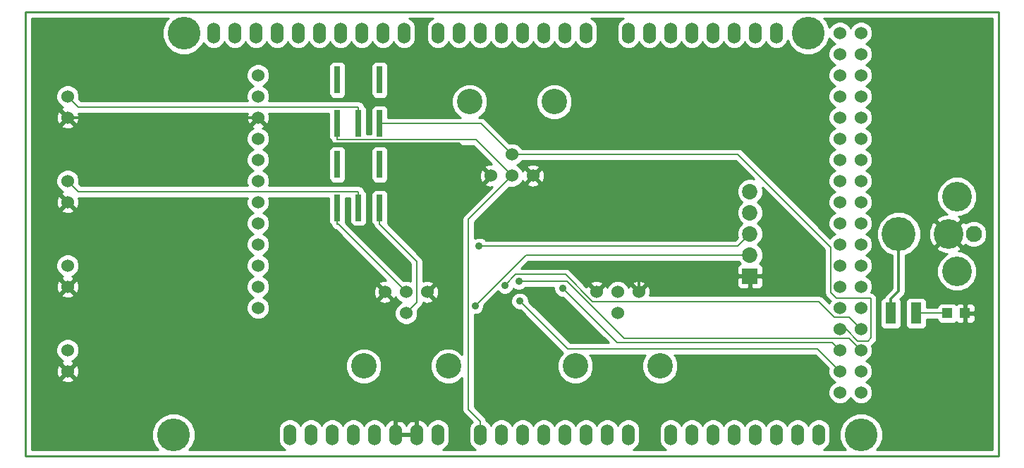
<source format=gtl>
G04 (created by PCBNEW-RS274X (2011-05-25)-stable) date Fri 08 Nov 2013 12:39:22 PM EST*
G01*
G70*
G90*
%MOIN*%
G04 Gerber Fmt 3.4, Leading zero omitted, Abs format*
%FSLAX34Y34*%
G04 APERTURE LIST*
%ADD10C,0.006000*%
%ADD11C,0.009000*%
%ADD12C,0.155000*%
%ADD13O,0.060000X0.100000*%
%ADD14C,0.060000*%
%ADD15C,0.076000*%
%ADD16C,0.140000*%
%ADD17C,0.160000*%
%ADD18C,0.120000*%
%ADD19R,0.050000X0.100000*%
%ADD20R,0.047000X0.047000*%
%ADD21R,0.030000X0.125000*%
%ADD22C,0.073000*%
%ADD23R,0.073000X0.073000*%
%ADD24C,0.035000*%
%ADD25C,0.008000*%
%ADD26C,0.012000*%
%ADD27C,0.010000*%
G04 APERTURE END LIST*
G54D10*
G54D11*
X43500Y-51500D02*
X89500Y-51500D01*
X43500Y-30500D02*
X89500Y-30500D01*
X43500Y-30500D02*
X43500Y-51500D01*
X89500Y-51500D02*
X89500Y-30500D01*
G54D12*
X50500Y-50500D03*
X51000Y-31500D03*
X83000Y-50500D03*
X80500Y-31500D03*
G54D13*
X56000Y-50500D03*
X57000Y-50500D03*
X58000Y-50500D03*
X59000Y-50500D03*
X60000Y-50500D03*
X61000Y-50500D03*
X62000Y-50500D03*
X63000Y-50500D03*
X65000Y-50500D03*
X66000Y-50500D03*
X67000Y-50500D03*
X68000Y-50500D03*
X69000Y-50500D03*
X70000Y-50500D03*
X71000Y-50500D03*
X72000Y-50500D03*
X74000Y-50500D03*
X75000Y-50500D03*
X76000Y-50500D03*
X77000Y-50500D03*
X78000Y-50500D03*
X79000Y-50500D03*
X80000Y-50500D03*
X81000Y-50500D03*
X52400Y-31500D03*
X53400Y-31500D03*
X54400Y-31500D03*
X55400Y-31500D03*
X56400Y-31500D03*
X57400Y-31500D03*
X58400Y-31500D03*
X59400Y-31500D03*
X60400Y-31500D03*
X61400Y-31500D03*
X63000Y-31500D03*
X70000Y-31500D03*
X69000Y-31500D03*
X68000Y-31500D03*
X67000Y-31500D03*
X66000Y-31500D03*
X65000Y-31500D03*
X64000Y-31500D03*
X72000Y-31500D03*
X73000Y-31500D03*
X74000Y-31500D03*
X75000Y-31500D03*
X76000Y-31500D03*
X77000Y-31500D03*
X78000Y-31500D03*
X79000Y-31500D03*
G54D14*
X82000Y-31500D03*
X83000Y-31500D03*
X82000Y-32500D03*
X83000Y-32500D03*
X82000Y-33500D03*
X83000Y-33500D03*
X82000Y-34500D03*
X83000Y-34500D03*
X82000Y-35500D03*
X83000Y-35500D03*
X82000Y-36500D03*
X83000Y-36500D03*
X82000Y-37500D03*
X83000Y-37500D03*
X82000Y-38500D03*
X83000Y-38500D03*
X82000Y-39500D03*
X83000Y-39500D03*
X82000Y-40500D03*
X83000Y-40500D03*
X82000Y-41500D03*
X83000Y-41500D03*
X82000Y-42500D03*
X83000Y-42500D03*
X82000Y-43500D03*
X83000Y-43500D03*
X82000Y-44500D03*
X83000Y-44500D03*
X82000Y-45500D03*
X83000Y-45500D03*
X82000Y-46500D03*
X83000Y-46500D03*
X82000Y-47500D03*
X83000Y-47500D03*
X82000Y-48500D03*
X83000Y-48500D03*
G54D15*
X88320Y-41000D03*
G54D16*
X87140Y-41000D03*
G54D17*
X84780Y-41000D03*
G54D16*
X87530Y-39230D03*
X87530Y-42770D03*
G54D14*
X45500Y-39500D03*
X45500Y-38500D03*
X45500Y-35500D03*
X45500Y-34500D03*
X45500Y-42500D03*
X45500Y-43500D03*
X45500Y-46500D03*
X45500Y-47500D03*
X54500Y-33500D03*
X54500Y-34500D03*
X54500Y-35500D03*
X54500Y-36500D03*
X54500Y-37500D03*
X54500Y-38500D03*
X54500Y-39500D03*
X54500Y-40500D03*
X54500Y-41500D03*
X54500Y-42500D03*
X54500Y-43500D03*
X54500Y-44500D03*
G54D18*
X73500Y-47250D03*
X69500Y-47250D03*
G54D14*
X71500Y-44750D03*
X71500Y-43750D03*
X70500Y-43750D03*
X72500Y-43750D03*
G54D18*
X64500Y-34750D03*
X68500Y-34750D03*
G54D14*
X66500Y-37250D03*
X66500Y-38250D03*
X67500Y-38250D03*
X65500Y-38250D03*
G54D18*
X63500Y-47250D03*
X59500Y-47250D03*
G54D14*
X61500Y-44750D03*
X61500Y-43750D03*
X60500Y-43750D03*
X62500Y-43750D03*
G54D19*
X84400Y-44750D03*
X85600Y-44750D03*
G54D20*
X87085Y-44750D03*
X87915Y-44750D03*
G54D21*
X60250Y-35780D03*
X59250Y-35780D03*
X58250Y-35780D03*
X60250Y-33720D03*
X58250Y-33720D03*
X60250Y-39780D03*
X59250Y-39780D03*
X58250Y-39780D03*
X60250Y-37720D03*
X58250Y-37720D03*
G54D22*
X77750Y-42000D03*
X77750Y-41000D03*
G54D23*
X77750Y-43000D03*
G54D22*
X77750Y-40000D03*
X77750Y-39000D03*
G54D24*
X66162Y-43441D03*
X68904Y-43565D03*
X66820Y-43238D03*
X66874Y-44182D03*
X64759Y-44396D03*
X64952Y-41581D03*
G54D25*
X58250Y-35780D02*
X58250Y-36548D01*
X64798Y-36548D02*
X66500Y-38250D01*
X58250Y-36548D02*
X64798Y-36548D01*
X65000Y-50500D02*
X65000Y-49857D01*
X64440Y-49297D02*
X65000Y-49857D01*
X64440Y-40310D02*
X64440Y-49297D01*
X66500Y-38250D02*
X64440Y-40310D01*
X66683Y-42920D02*
X66162Y-43441D01*
X69029Y-42920D02*
X66683Y-42920D01*
X70303Y-44194D02*
X69029Y-42920D01*
X80992Y-44194D02*
X70303Y-44194D01*
X81742Y-44944D02*
X80992Y-44194D01*
X82444Y-44944D02*
X81742Y-44944D01*
X83000Y-45500D02*
X82444Y-44944D01*
X62000Y-44250D02*
X61500Y-44750D01*
X62000Y-42298D02*
X62000Y-44250D01*
X60250Y-40548D02*
X62000Y-42298D01*
X60250Y-39780D02*
X60250Y-40548D01*
X58298Y-40548D02*
X61500Y-43750D01*
X58250Y-40548D02*
X58298Y-40548D01*
X58250Y-39780D02*
X58250Y-40548D01*
X65030Y-35780D02*
X66500Y-37250D01*
X60250Y-35780D02*
X65030Y-35780D01*
X82296Y-45500D02*
X82000Y-45500D01*
X82852Y-46056D02*
X82296Y-45500D01*
X83320Y-46056D02*
X82852Y-46056D01*
X83454Y-45922D02*
X83320Y-46056D01*
X83454Y-44076D02*
X83454Y-45922D01*
X83432Y-44054D02*
X83454Y-44076D01*
X81852Y-44054D02*
X83432Y-44054D01*
X81556Y-43758D02*
X81852Y-44054D01*
X81556Y-41625D02*
X81556Y-43758D01*
X77181Y-37250D02*
X81556Y-41625D01*
X66500Y-37250D02*
X77181Y-37250D01*
X71467Y-46128D02*
X68904Y-43565D01*
X81628Y-46128D02*
X71467Y-46128D01*
X82000Y-46500D02*
X81628Y-46128D01*
X69087Y-43238D02*
X66820Y-43238D01*
X71793Y-45944D02*
X69087Y-43238D01*
X82444Y-45944D02*
X71793Y-45944D01*
X83000Y-46500D02*
X82444Y-45944D01*
X69133Y-46441D02*
X66874Y-44182D01*
X80941Y-46441D02*
X69133Y-46441D01*
X82000Y-47500D02*
X80941Y-46441D01*
X64759Y-44395D02*
X64759Y-44396D01*
X67154Y-42000D02*
X64759Y-44395D01*
X77750Y-42000D02*
X67154Y-42000D01*
X77169Y-41581D02*
X77750Y-41000D01*
X64952Y-41581D02*
X77169Y-41581D01*
G54D26*
X45500Y-35500D02*
X54500Y-35500D01*
X62000Y-49837D02*
X61000Y-49837D01*
X62000Y-50500D02*
X62000Y-49837D01*
X61000Y-50500D02*
X61000Y-49837D01*
X64002Y-36752D02*
X65500Y-38250D01*
X55752Y-36752D02*
X64002Y-36752D01*
X54500Y-35500D02*
X55752Y-36752D01*
X77750Y-43000D02*
X77222Y-43000D01*
X72500Y-43750D02*
X72500Y-43208D01*
X72708Y-43000D02*
X72500Y-43208D01*
X77222Y-43000D02*
X72708Y-43000D01*
X71042Y-43208D02*
X70500Y-43750D01*
X72500Y-43208D02*
X71042Y-43208D01*
X88595Y-43672D02*
X87915Y-44352D01*
X88595Y-42455D02*
X88595Y-43672D01*
X87140Y-41000D02*
X88595Y-42455D01*
X87915Y-44750D02*
X87915Y-44352D01*
G54D25*
X87085Y-44750D02*
X85600Y-44750D01*
X46012Y-35012D02*
X45500Y-34500D01*
X59250Y-35012D02*
X46012Y-35012D01*
X59250Y-35780D02*
X59250Y-35012D01*
X46012Y-39012D02*
X45500Y-38500D01*
X59250Y-39012D02*
X46012Y-39012D01*
X59250Y-39780D02*
X59250Y-39012D01*
G54D26*
X84780Y-43707D02*
X84780Y-41000D01*
X84400Y-44087D02*
X84780Y-43707D01*
X84400Y-44750D02*
X84400Y-44087D01*
G54D10*
G36*
X77929Y-38408D02*
X77873Y-38385D01*
X77628Y-38385D01*
X77402Y-38479D01*
X77229Y-38651D01*
X77135Y-38877D01*
X77135Y-39122D01*
X77229Y-39348D01*
X77380Y-39500D01*
X77229Y-39651D01*
X77135Y-39877D01*
X77135Y-40122D01*
X77229Y-40348D01*
X77380Y-40500D01*
X77229Y-40651D01*
X77135Y-40877D01*
X77135Y-41122D01*
X77159Y-41180D01*
X77048Y-41291D01*
X68043Y-41291D01*
X68043Y-38329D01*
X68032Y-38116D01*
X67972Y-37969D01*
X67878Y-37942D01*
X67808Y-38012D01*
X67808Y-37872D01*
X67781Y-37778D01*
X67579Y-37707D01*
X67366Y-37718D01*
X67219Y-37778D01*
X67192Y-37872D01*
X67500Y-38179D01*
X67808Y-37872D01*
X67808Y-38012D01*
X67571Y-38250D01*
X67878Y-38558D01*
X67972Y-38531D01*
X68043Y-38329D01*
X68043Y-41291D01*
X67808Y-41291D01*
X67808Y-38628D01*
X67500Y-38321D01*
X67192Y-38628D01*
X67219Y-38722D01*
X67421Y-38793D01*
X67634Y-38782D01*
X67781Y-38722D01*
X67808Y-38628D01*
X67808Y-41291D01*
X65263Y-41291D01*
X65193Y-41221D01*
X65037Y-41156D01*
X64868Y-41156D01*
X64730Y-41212D01*
X64730Y-40430D01*
X66369Y-38790D01*
X66391Y-38799D01*
X66609Y-38799D01*
X66811Y-38715D01*
X66965Y-38561D01*
X67002Y-38469D01*
X67028Y-38531D01*
X67122Y-38558D01*
X67429Y-38250D01*
X67122Y-37942D01*
X67028Y-37969D01*
X67004Y-38034D01*
X66965Y-37939D01*
X66811Y-37785D01*
X66726Y-37750D01*
X66811Y-37715D01*
X66965Y-37561D01*
X66973Y-37540D01*
X77061Y-37540D01*
X77929Y-38408D01*
X77929Y-38408D01*
G37*
G54D27*
X77929Y-38408D02*
X77873Y-38385D01*
X77628Y-38385D01*
X77402Y-38479D01*
X77229Y-38651D01*
X77135Y-38877D01*
X77135Y-39122D01*
X77229Y-39348D01*
X77380Y-39500D01*
X77229Y-39651D01*
X77135Y-39877D01*
X77135Y-40122D01*
X77229Y-40348D01*
X77380Y-40500D01*
X77229Y-40651D01*
X77135Y-40877D01*
X77135Y-41122D01*
X77159Y-41180D01*
X77048Y-41291D01*
X68043Y-41291D01*
X68043Y-38329D01*
X68032Y-38116D01*
X67972Y-37969D01*
X67878Y-37942D01*
X67808Y-38012D01*
X67808Y-37872D01*
X67781Y-37778D01*
X67579Y-37707D01*
X67366Y-37718D01*
X67219Y-37778D01*
X67192Y-37872D01*
X67500Y-38179D01*
X67808Y-37872D01*
X67808Y-38012D01*
X67571Y-38250D01*
X67878Y-38558D01*
X67972Y-38531D01*
X68043Y-38329D01*
X68043Y-41291D01*
X67808Y-41291D01*
X67808Y-38628D01*
X67500Y-38321D01*
X67192Y-38628D01*
X67219Y-38722D01*
X67421Y-38793D01*
X67634Y-38782D01*
X67781Y-38722D01*
X67808Y-38628D01*
X67808Y-41291D01*
X65263Y-41291D01*
X65193Y-41221D01*
X65037Y-41156D01*
X64868Y-41156D01*
X64730Y-41212D01*
X64730Y-40430D01*
X66369Y-38790D01*
X66391Y-38799D01*
X66609Y-38799D01*
X66811Y-38715D01*
X66965Y-38561D01*
X67002Y-38469D01*
X67028Y-38531D01*
X67122Y-38558D01*
X67429Y-38250D01*
X67122Y-37942D01*
X67028Y-37969D01*
X67004Y-38034D01*
X66965Y-37939D01*
X66811Y-37785D01*
X66726Y-37750D01*
X66811Y-37715D01*
X66965Y-37561D01*
X66973Y-37540D01*
X77061Y-37540D01*
X77929Y-38408D01*
G54D10*
G36*
X81556Y-44168D02*
X81535Y-44189D01*
X81494Y-44286D01*
X81197Y-43989D01*
X81103Y-43926D01*
X80992Y-43904D01*
X78365Y-43904D01*
X78365Y-43112D01*
X78303Y-43050D01*
X77800Y-43050D01*
X77800Y-43553D01*
X77862Y-43615D01*
X78066Y-43614D01*
X78165Y-43614D01*
X78256Y-43576D01*
X78326Y-43506D01*
X78364Y-43414D01*
X78365Y-43112D01*
X78365Y-43904D01*
X77700Y-43904D01*
X77700Y-43553D01*
X77700Y-43050D01*
X77197Y-43050D01*
X77135Y-43112D01*
X77136Y-43414D01*
X77174Y-43506D01*
X77244Y-43576D01*
X77335Y-43614D01*
X77434Y-43614D01*
X77638Y-43615D01*
X77700Y-43553D01*
X77700Y-43904D01*
X73016Y-43904D01*
X73043Y-43829D01*
X73032Y-43616D01*
X72972Y-43469D01*
X72878Y-43442D01*
X72808Y-43512D01*
X72808Y-43372D01*
X72781Y-43278D01*
X72579Y-43207D01*
X72366Y-43218D01*
X72219Y-43278D01*
X72192Y-43372D01*
X72500Y-43679D01*
X72808Y-43372D01*
X72808Y-43512D01*
X72571Y-43750D01*
X72500Y-43821D01*
X72429Y-43750D01*
X72394Y-43715D01*
X72122Y-43442D01*
X72028Y-43469D01*
X72004Y-43534D01*
X71965Y-43439D01*
X71811Y-43285D01*
X71609Y-43201D01*
X71391Y-43201D01*
X71189Y-43285D01*
X71035Y-43439D01*
X70997Y-43530D01*
X70972Y-43469D01*
X70878Y-43442D01*
X70808Y-43512D01*
X70808Y-43372D01*
X70781Y-43278D01*
X70579Y-43207D01*
X70366Y-43218D01*
X70219Y-43278D01*
X70192Y-43372D01*
X70500Y-43679D01*
X70808Y-43372D01*
X70808Y-43512D01*
X70571Y-43750D01*
X70500Y-43821D01*
X70429Y-43750D01*
X70394Y-43715D01*
X70122Y-43442D01*
X70028Y-43469D01*
X70017Y-43498D01*
X69234Y-42715D01*
X69140Y-42652D01*
X69029Y-42630D01*
X66934Y-42630D01*
X67274Y-42290D01*
X77204Y-42290D01*
X77229Y-42348D01*
X77286Y-42406D01*
X77244Y-42424D01*
X77174Y-42494D01*
X77136Y-42586D01*
X77135Y-42888D01*
X77197Y-42950D01*
X77650Y-42950D01*
X77700Y-42950D01*
X77800Y-42950D01*
X77850Y-42950D01*
X78303Y-42950D01*
X78365Y-42888D01*
X78364Y-42586D01*
X78326Y-42494D01*
X78256Y-42424D01*
X78213Y-42406D01*
X78271Y-42349D01*
X78365Y-42123D01*
X78365Y-41878D01*
X78271Y-41652D01*
X78119Y-41499D01*
X78271Y-41349D01*
X78365Y-41123D01*
X78365Y-40878D01*
X78271Y-40652D01*
X78119Y-40499D01*
X78271Y-40349D01*
X78365Y-40123D01*
X78365Y-39878D01*
X78271Y-39652D01*
X78119Y-39499D01*
X78271Y-39349D01*
X78365Y-39123D01*
X78365Y-38878D01*
X78340Y-38819D01*
X81266Y-41745D01*
X81266Y-43758D01*
X81288Y-43869D01*
X81351Y-43963D01*
X81556Y-44168D01*
X81556Y-44168D01*
G37*
G54D27*
X81556Y-44168D02*
X81535Y-44189D01*
X81494Y-44286D01*
X81197Y-43989D01*
X81103Y-43926D01*
X80992Y-43904D01*
X78365Y-43904D01*
X78365Y-43112D01*
X78303Y-43050D01*
X77800Y-43050D01*
X77800Y-43553D01*
X77862Y-43615D01*
X78066Y-43614D01*
X78165Y-43614D01*
X78256Y-43576D01*
X78326Y-43506D01*
X78364Y-43414D01*
X78365Y-43112D01*
X78365Y-43904D01*
X77700Y-43904D01*
X77700Y-43553D01*
X77700Y-43050D01*
X77197Y-43050D01*
X77135Y-43112D01*
X77136Y-43414D01*
X77174Y-43506D01*
X77244Y-43576D01*
X77335Y-43614D01*
X77434Y-43614D01*
X77638Y-43615D01*
X77700Y-43553D01*
X77700Y-43904D01*
X73016Y-43904D01*
X73043Y-43829D01*
X73032Y-43616D01*
X72972Y-43469D01*
X72878Y-43442D01*
X72808Y-43512D01*
X72808Y-43372D01*
X72781Y-43278D01*
X72579Y-43207D01*
X72366Y-43218D01*
X72219Y-43278D01*
X72192Y-43372D01*
X72500Y-43679D01*
X72808Y-43372D01*
X72808Y-43512D01*
X72571Y-43750D01*
X72500Y-43821D01*
X72429Y-43750D01*
X72394Y-43715D01*
X72122Y-43442D01*
X72028Y-43469D01*
X72004Y-43534D01*
X71965Y-43439D01*
X71811Y-43285D01*
X71609Y-43201D01*
X71391Y-43201D01*
X71189Y-43285D01*
X71035Y-43439D01*
X70997Y-43530D01*
X70972Y-43469D01*
X70878Y-43442D01*
X70808Y-43512D01*
X70808Y-43372D01*
X70781Y-43278D01*
X70579Y-43207D01*
X70366Y-43218D01*
X70219Y-43278D01*
X70192Y-43372D01*
X70500Y-43679D01*
X70808Y-43372D01*
X70808Y-43512D01*
X70571Y-43750D01*
X70500Y-43821D01*
X70429Y-43750D01*
X70394Y-43715D01*
X70122Y-43442D01*
X70028Y-43469D01*
X70017Y-43498D01*
X69234Y-42715D01*
X69140Y-42652D01*
X69029Y-42630D01*
X66934Y-42630D01*
X67274Y-42290D01*
X77204Y-42290D01*
X77229Y-42348D01*
X77286Y-42406D01*
X77244Y-42424D01*
X77174Y-42494D01*
X77136Y-42586D01*
X77135Y-42888D01*
X77197Y-42950D01*
X77650Y-42950D01*
X77700Y-42950D01*
X77800Y-42950D01*
X77850Y-42950D01*
X78303Y-42950D01*
X78365Y-42888D01*
X78364Y-42586D01*
X78326Y-42494D01*
X78256Y-42424D01*
X78213Y-42406D01*
X78271Y-42349D01*
X78365Y-42123D01*
X78365Y-41878D01*
X78271Y-41652D01*
X78119Y-41499D01*
X78271Y-41349D01*
X78365Y-41123D01*
X78365Y-40878D01*
X78271Y-40652D01*
X78119Y-40499D01*
X78271Y-40349D01*
X78365Y-40123D01*
X78365Y-39878D01*
X78271Y-39652D01*
X78119Y-39499D01*
X78271Y-39349D01*
X78365Y-39123D01*
X78365Y-38878D01*
X78340Y-38819D01*
X81266Y-41745D01*
X81266Y-43758D01*
X81288Y-43869D01*
X81351Y-43963D01*
X81556Y-44168D01*
G54D10*
G36*
X81773Y-41000D02*
X81689Y-41035D01*
X81535Y-41189D01*
X81533Y-41192D01*
X77386Y-37045D01*
X77292Y-36982D01*
X77181Y-36960D01*
X69350Y-36960D01*
X69350Y-34920D01*
X69350Y-34582D01*
X69221Y-34270D01*
X68982Y-34030D01*
X68670Y-33900D01*
X68332Y-33900D01*
X68020Y-34029D01*
X67780Y-34268D01*
X67650Y-34580D01*
X67650Y-34918D01*
X67779Y-35230D01*
X68018Y-35470D01*
X68330Y-35600D01*
X68668Y-35600D01*
X68980Y-35471D01*
X69220Y-35232D01*
X69350Y-34920D01*
X69350Y-36960D01*
X66973Y-36960D01*
X66965Y-36939D01*
X66811Y-36785D01*
X66609Y-36701D01*
X66391Y-36701D01*
X66369Y-36709D01*
X65235Y-35575D01*
X65141Y-35512D01*
X65030Y-35490D01*
X64934Y-35490D01*
X64980Y-35471D01*
X65220Y-35232D01*
X65350Y-34920D01*
X65350Y-34582D01*
X65221Y-34270D01*
X64982Y-34030D01*
X64670Y-33900D01*
X64332Y-33900D01*
X64020Y-34029D01*
X63780Y-34268D01*
X63650Y-34580D01*
X63650Y-34918D01*
X63779Y-35230D01*
X64018Y-35470D01*
X64066Y-35490D01*
X60649Y-35490D01*
X60649Y-35106D01*
X60649Y-34395D01*
X60649Y-34296D01*
X60649Y-33046D01*
X60611Y-32954D01*
X60541Y-32884D01*
X60450Y-32846D01*
X60351Y-32846D01*
X60051Y-32846D01*
X59959Y-32884D01*
X59889Y-32954D01*
X59851Y-33045D01*
X59851Y-33144D01*
X59851Y-34394D01*
X59889Y-34486D01*
X59959Y-34556D01*
X60050Y-34594D01*
X60149Y-34594D01*
X60449Y-34594D01*
X60541Y-34556D01*
X60611Y-34486D01*
X60649Y-34395D01*
X60649Y-35106D01*
X60611Y-35014D01*
X60541Y-34944D01*
X60450Y-34906D01*
X60351Y-34906D01*
X60051Y-34906D01*
X59959Y-34944D01*
X59889Y-35014D01*
X59851Y-35105D01*
X59851Y-35204D01*
X59851Y-36258D01*
X59649Y-36258D01*
X59649Y-35106D01*
X59611Y-35014D01*
X59541Y-34944D01*
X59525Y-34937D01*
X59518Y-34901D01*
X59455Y-34807D01*
X59361Y-34744D01*
X59250Y-34722D01*
X58649Y-34722D01*
X58649Y-34395D01*
X58649Y-34296D01*
X58649Y-33046D01*
X58611Y-32954D01*
X58541Y-32884D01*
X58450Y-32846D01*
X58351Y-32846D01*
X58051Y-32846D01*
X57959Y-32884D01*
X57889Y-32954D01*
X57851Y-33045D01*
X57851Y-33144D01*
X57851Y-34394D01*
X57889Y-34486D01*
X57959Y-34556D01*
X58050Y-34594D01*
X58149Y-34594D01*
X58449Y-34594D01*
X58541Y-34556D01*
X58611Y-34486D01*
X58649Y-34395D01*
X58649Y-34722D01*
X55002Y-34722D01*
X55049Y-34609D01*
X55049Y-34391D01*
X54965Y-34189D01*
X54811Y-34035D01*
X54726Y-34000D01*
X54811Y-33965D01*
X54965Y-33811D01*
X55049Y-33609D01*
X55049Y-33391D01*
X54965Y-33189D01*
X54811Y-33035D01*
X54609Y-32951D01*
X54391Y-32951D01*
X54189Y-33035D01*
X54035Y-33189D01*
X53951Y-33391D01*
X53951Y-33609D01*
X54035Y-33811D01*
X54189Y-33965D01*
X54273Y-34000D01*
X54189Y-34035D01*
X54035Y-34189D01*
X53951Y-34391D01*
X53951Y-34609D01*
X53997Y-34722D01*
X46132Y-34722D01*
X46040Y-34630D01*
X46049Y-34609D01*
X46049Y-34391D01*
X45965Y-34189D01*
X45811Y-34035D01*
X45609Y-33951D01*
X45391Y-33951D01*
X45189Y-34035D01*
X45035Y-34189D01*
X44951Y-34391D01*
X44951Y-34609D01*
X45035Y-34811D01*
X45189Y-34965D01*
X45280Y-35002D01*
X45219Y-35028D01*
X45192Y-35122D01*
X45465Y-35394D01*
X45500Y-35429D01*
X45571Y-35500D01*
X45606Y-35535D01*
X45878Y-35808D01*
X45972Y-35781D01*
X46043Y-35579D01*
X46032Y-35366D01*
X46005Y-35300D01*
X46012Y-35302D01*
X53998Y-35302D01*
X53957Y-35421D01*
X53968Y-35634D01*
X54028Y-35781D01*
X54122Y-35808D01*
X54394Y-35535D01*
X54429Y-35500D01*
X54500Y-35429D01*
X54571Y-35500D01*
X54606Y-35535D01*
X54878Y-35808D01*
X54972Y-35781D01*
X55043Y-35579D01*
X55032Y-35366D01*
X55005Y-35302D01*
X57851Y-35302D01*
X57851Y-36454D01*
X57889Y-36546D01*
X57959Y-36616D01*
X57974Y-36622D01*
X57982Y-36659D01*
X58045Y-36753D01*
X58139Y-36816D01*
X58250Y-36838D01*
X64678Y-36838D01*
X65548Y-37708D01*
X65366Y-37718D01*
X65219Y-37778D01*
X65192Y-37872D01*
X65465Y-38144D01*
X65500Y-38179D01*
X65571Y-38250D01*
X65500Y-38321D01*
X65429Y-38391D01*
X65429Y-38250D01*
X65122Y-37942D01*
X65028Y-37969D01*
X64957Y-38171D01*
X64968Y-38384D01*
X65028Y-38531D01*
X65122Y-38558D01*
X65429Y-38250D01*
X65429Y-38391D01*
X65192Y-38628D01*
X65219Y-38722D01*
X65421Y-38793D01*
X65553Y-38786D01*
X64235Y-40105D01*
X64172Y-40199D01*
X64150Y-40310D01*
X64150Y-46698D01*
X63982Y-46530D01*
X63670Y-46400D01*
X63332Y-46400D01*
X63043Y-46519D01*
X63043Y-43829D01*
X63032Y-43616D01*
X62972Y-43469D01*
X62878Y-43442D01*
X62571Y-43750D01*
X62878Y-44058D01*
X62972Y-44031D01*
X63043Y-43829D01*
X63043Y-46519D01*
X63020Y-46529D01*
X62808Y-46740D01*
X62808Y-44128D01*
X62535Y-43856D01*
X62500Y-43821D01*
X62429Y-43750D01*
X62500Y-43679D01*
X62535Y-43644D01*
X62808Y-43372D01*
X62781Y-43278D01*
X62579Y-43207D01*
X62366Y-43218D01*
X62290Y-43249D01*
X62290Y-42298D01*
X62289Y-42297D01*
X62268Y-42187D01*
X62267Y-42186D01*
X62205Y-42093D01*
X62204Y-42092D01*
X60624Y-40512D01*
X60649Y-40455D01*
X60649Y-40356D01*
X60649Y-39106D01*
X60649Y-38395D01*
X60649Y-38296D01*
X60649Y-37046D01*
X60611Y-36954D01*
X60541Y-36884D01*
X60450Y-36846D01*
X60351Y-36846D01*
X60051Y-36846D01*
X59959Y-36884D01*
X59889Y-36954D01*
X59851Y-37045D01*
X59851Y-37144D01*
X59851Y-38394D01*
X59889Y-38486D01*
X59959Y-38556D01*
X60050Y-38594D01*
X60149Y-38594D01*
X60449Y-38594D01*
X60541Y-38556D01*
X60611Y-38486D01*
X60649Y-38395D01*
X60649Y-39106D01*
X60611Y-39014D01*
X60541Y-38944D01*
X60450Y-38906D01*
X60351Y-38906D01*
X60051Y-38906D01*
X59959Y-38944D01*
X59889Y-39014D01*
X59851Y-39105D01*
X59851Y-39204D01*
X59851Y-40454D01*
X59889Y-40546D01*
X59959Y-40616D01*
X59974Y-40622D01*
X59982Y-40659D01*
X60045Y-40753D01*
X61710Y-42418D01*
X61710Y-43243D01*
X61609Y-43201D01*
X61391Y-43201D01*
X61369Y-43209D01*
X58638Y-40478D01*
X58649Y-40455D01*
X58649Y-40356D01*
X58649Y-39302D01*
X58851Y-39302D01*
X58851Y-40454D01*
X58889Y-40546D01*
X58959Y-40616D01*
X59050Y-40654D01*
X59149Y-40654D01*
X59449Y-40654D01*
X59541Y-40616D01*
X59611Y-40546D01*
X59649Y-40455D01*
X59649Y-40356D01*
X59649Y-39106D01*
X59611Y-39014D01*
X59541Y-38944D01*
X59525Y-38937D01*
X59518Y-38901D01*
X59455Y-38807D01*
X59361Y-38744D01*
X59250Y-38722D01*
X58649Y-38722D01*
X58649Y-38395D01*
X58649Y-38296D01*
X58649Y-37046D01*
X58611Y-36954D01*
X58541Y-36884D01*
X58450Y-36846D01*
X58351Y-36846D01*
X58051Y-36846D01*
X57959Y-36884D01*
X57889Y-36954D01*
X57851Y-37045D01*
X57851Y-37144D01*
X57851Y-38394D01*
X57889Y-38486D01*
X57959Y-38556D01*
X58050Y-38594D01*
X58149Y-38594D01*
X58449Y-38594D01*
X58541Y-38556D01*
X58611Y-38486D01*
X58649Y-38395D01*
X58649Y-38722D01*
X55002Y-38722D01*
X55049Y-38609D01*
X55049Y-38391D01*
X54965Y-38189D01*
X54811Y-38035D01*
X54726Y-38000D01*
X54811Y-37965D01*
X54965Y-37811D01*
X55049Y-37609D01*
X55049Y-37391D01*
X54965Y-37189D01*
X54811Y-37035D01*
X54726Y-37000D01*
X54811Y-36965D01*
X54965Y-36811D01*
X55049Y-36609D01*
X55049Y-36391D01*
X54965Y-36189D01*
X54811Y-36035D01*
X54719Y-35997D01*
X54781Y-35972D01*
X54808Y-35878D01*
X54500Y-35571D01*
X54192Y-35878D01*
X54219Y-35972D01*
X54284Y-35995D01*
X54189Y-36035D01*
X54035Y-36189D01*
X53951Y-36391D01*
X53951Y-36609D01*
X54035Y-36811D01*
X54189Y-36965D01*
X54273Y-37000D01*
X54189Y-37035D01*
X54035Y-37189D01*
X53951Y-37391D01*
X53951Y-37609D01*
X54035Y-37811D01*
X54189Y-37965D01*
X54273Y-38000D01*
X54189Y-38035D01*
X54035Y-38189D01*
X53951Y-38391D01*
X53951Y-38609D01*
X53997Y-38722D01*
X46132Y-38722D01*
X46040Y-38630D01*
X46049Y-38609D01*
X46049Y-38391D01*
X45965Y-38189D01*
X45811Y-38035D01*
X45808Y-38033D01*
X45808Y-35878D01*
X45500Y-35571D01*
X45429Y-35641D01*
X45429Y-35500D01*
X45122Y-35192D01*
X45028Y-35219D01*
X44957Y-35421D01*
X44968Y-35634D01*
X45028Y-35781D01*
X45122Y-35808D01*
X45429Y-35500D01*
X45429Y-35641D01*
X45192Y-35878D01*
X45219Y-35972D01*
X45421Y-36043D01*
X45634Y-36032D01*
X45781Y-35972D01*
X45808Y-35878D01*
X45808Y-38033D01*
X45609Y-37951D01*
X45391Y-37951D01*
X45189Y-38035D01*
X45035Y-38189D01*
X44951Y-38391D01*
X44951Y-38609D01*
X45035Y-38811D01*
X45189Y-38965D01*
X45280Y-39002D01*
X45219Y-39028D01*
X45192Y-39122D01*
X45465Y-39394D01*
X45500Y-39429D01*
X45571Y-39500D01*
X45606Y-39535D01*
X45878Y-39808D01*
X45972Y-39781D01*
X46043Y-39579D01*
X46032Y-39366D01*
X46005Y-39300D01*
X46012Y-39302D01*
X53988Y-39302D01*
X53951Y-39391D01*
X53951Y-39609D01*
X54035Y-39811D01*
X54189Y-39965D01*
X54273Y-40000D01*
X54189Y-40035D01*
X54035Y-40189D01*
X53951Y-40391D01*
X53951Y-40609D01*
X54035Y-40811D01*
X54189Y-40965D01*
X54273Y-41000D01*
X54189Y-41035D01*
X54035Y-41189D01*
X53951Y-41391D01*
X53951Y-41609D01*
X54035Y-41811D01*
X54189Y-41965D01*
X54273Y-42000D01*
X54189Y-42035D01*
X54035Y-42189D01*
X53951Y-42391D01*
X53951Y-42609D01*
X54035Y-42811D01*
X54189Y-42965D01*
X54273Y-43000D01*
X54189Y-43035D01*
X54035Y-43189D01*
X53951Y-43391D01*
X53951Y-43609D01*
X54035Y-43811D01*
X54189Y-43965D01*
X54273Y-44000D01*
X54189Y-44035D01*
X54035Y-44189D01*
X53951Y-44391D01*
X53951Y-44609D01*
X54035Y-44811D01*
X54189Y-44965D01*
X54391Y-45049D01*
X54609Y-45049D01*
X54811Y-44965D01*
X54965Y-44811D01*
X55049Y-44609D01*
X55049Y-44391D01*
X54965Y-44189D01*
X54811Y-44035D01*
X54726Y-44000D01*
X54811Y-43965D01*
X54965Y-43811D01*
X55049Y-43609D01*
X55049Y-43391D01*
X54965Y-43189D01*
X54811Y-43035D01*
X54726Y-43000D01*
X54811Y-42965D01*
X54965Y-42811D01*
X55049Y-42609D01*
X55049Y-42391D01*
X54965Y-42189D01*
X54811Y-42035D01*
X54726Y-42000D01*
X54811Y-41965D01*
X54965Y-41811D01*
X55049Y-41609D01*
X55049Y-41391D01*
X54965Y-41189D01*
X54811Y-41035D01*
X54726Y-41000D01*
X54811Y-40965D01*
X54965Y-40811D01*
X55049Y-40609D01*
X55049Y-40391D01*
X54965Y-40189D01*
X54811Y-40035D01*
X54726Y-40000D01*
X54811Y-39965D01*
X54965Y-39811D01*
X55049Y-39609D01*
X55049Y-39391D01*
X55011Y-39302D01*
X57851Y-39302D01*
X57851Y-40454D01*
X57889Y-40546D01*
X57959Y-40616D01*
X57974Y-40622D01*
X57982Y-40659D01*
X58045Y-40753D01*
X58139Y-40816D01*
X58160Y-40820D01*
X60548Y-43208D01*
X60366Y-43218D01*
X60219Y-43278D01*
X60192Y-43372D01*
X60465Y-43644D01*
X60500Y-43679D01*
X60571Y-43750D01*
X60606Y-43785D01*
X60878Y-44058D01*
X60972Y-44031D01*
X60995Y-43965D01*
X61035Y-44061D01*
X61189Y-44215D01*
X61273Y-44250D01*
X61189Y-44285D01*
X61035Y-44439D01*
X60951Y-44641D01*
X60951Y-44859D01*
X61035Y-45061D01*
X61189Y-45215D01*
X61391Y-45299D01*
X61609Y-45299D01*
X61811Y-45215D01*
X61965Y-45061D01*
X62049Y-44859D01*
X62049Y-44641D01*
X62040Y-44619D01*
X62205Y-44455D01*
X62268Y-44361D01*
X62290Y-44250D01*
X62290Y-44246D01*
X62421Y-44293D01*
X62634Y-44282D01*
X62781Y-44222D01*
X62808Y-44128D01*
X62808Y-46740D01*
X62780Y-46768D01*
X62650Y-47080D01*
X62650Y-47418D01*
X62779Y-47730D01*
X63018Y-47970D01*
X63330Y-48100D01*
X63668Y-48100D01*
X63980Y-47971D01*
X64150Y-47801D01*
X64150Y-49297D01*
X64172Y-49408D01*
X64235Y-49502D01*
X64627Y-49894D01*
X64543Y-49980D01*
X64460Y-50178D01*
X64460Y-50393D01*
X64460Y-50821D01*
X64542Y-51020D01*
X64694Y-51171D01*
X64775Y-51205D01*
X63225Y-51205D01*
X63306Y-51172D01*
X63457Y-51020D01*
X63540Y-50822D01*
X63540Y-50607D01*
X63540Y-50179D01*
X63458Y-49980D01*
X63306Y-49829D01*
X63108Y-49746D01*
X62893Y-49746D01*
X62694Y-49828D01*
X62543Y-49980D01*
X62500Y-50081D01*
X62489Y-50043D01*
X62353Y-49875D01*
X62163Y-49772D01*
X62135Y-49768D01*
X62050Y-49815D01*
X62050Y-50400D01*
X62050Y-50450D01*
X62050Y-50550D01*
X61950Y-50550D01*
X61950Y-50450D01*
X61950Y-49815D01*
X61865Y-49768D01*
X61837Y-49772D01*
X61647Y-49875D01*
X61511Y-50043D01*
X61500Y-50080D01*
X61489Y-50043D01*
X61353Y-49875D01*
X61163Y-49772D01*
X61135Y-49768D01*
X61050Y-49815D01*
X61050Y-50450D01*
X61450Y-50450D01*
X61550Y-50450D01*
X61950Y-50450D01*
X61950Y-50550D01*
X61900Y-50550D01*
X61550Y-50550D01*
X61450Y-50550D01*
X61100Y-50550D01*
X61050Y-50550D01*
X60950Y-50550D01*
X60950Y-50450D01*
X60950Y-50400D01*
X60950Y-49815D01*
X60865Y-49768D01*
X60837Y-49772D01*
X60808Y-49787D01*
X60808Y-44128D01*
X60500Y-43821D01*
X60429Y-43891D01*
X60429Y-43750D01*
X60122Y-43442D01*
X60028Y-43469D01*
X59957Y-43671D01*
X59968Y-43884D01*
X60028Y-44031D01*
X60122Y-44058D01*
X60429Y-43750D01*
X60429Y-43891D01*
X60192Y-44128D01*
X60219Y-44222D01*
X60421Y-44293D01*
X60634Y-44282D01*
X60781Y-44222D01*
X60808Y-44128D01*
X60808Y-49787D01*
X60647Y-49875D01*
X60511Y-50043D01*
X60499Y-50081D01*
X60458Y-49980D01*
X60350Y-49872D01*
X60350Y-47420D01*
X60350Y-47082D01*
X60221Y-46770D01*
X59982Y-46530D01*
X59670Y-46400D01*
X59332Y-46400D01*
X59020Y-46529D01*
X58780Y-46768D01*
X58650Y-47080D01*
X58650Y-47418D01*
X58779Y-47730D01*
X59018Y-47970D01*
X59330Y-48100D01*
X59668Y-48100D01*
X59980Y-47971D01*
X60220Y-47732D01*
X60350Y-47420D01*
X60350Y-49872D01*
X60306Y-49829D01*
X60108Y-49746D01*
X59893Y-49746D01*
X59694Y-49828D01*
X59543Y-49980D01*
X59500Y-50082D01*
X59458Y-49980D01*
X59306Y-49829D01*
X59108Y-49746D01*
X58893Y-49746D01*
X58694Y-49828D01*
X58543Y-49980D01*
X58500Y-50082D01*
X58458Y-49980D01*
X58306Y-49829D01*
X58108Y-49746D01*
X57893Y-49746D01*
X57694Y-49828D01*
X57543Y-49980D01*
X57500Y-50082D01*
X57458Y-49980D01*
X57306Y-49829D01*
X57108Y-49746D01*
X56893Y-49746D01*
X56694Y-49828D01*
X56543Y-49980D01*
X56500Y-50082D01*
X56458Y-49980D01*
X56306Y-49829D01*
X56108Y-49746D01*
X55893Y-49746D01*
X55694Y-49828D01*
X55543Y-49980D01*
X55460Y-50178D01*
X55460Y-50393D01*
X55460Y-50821D01*
X55542Y-51020D01*
X55694Y-51171D01*
X55775Y-51205D01*
X51244Y-51205D01*
X51368Y-51081D01*
X51525Y-50705D01*
X51525Y-50297D01*
X51369Y-49920D01*
X51081Y-49632D01*
X50705Y-49475D01*
X50297Y-49475D01*
X49920Y-49631D01*
X49632Y-49919D01*
X49475Y-50295D01*
X49475Y-50703D01*
X49631Y-51080D01*
X49756Y-51205D01*
X46049Y-51205D01*
X46049Y-46609D01*
X46049Y-46391D01*
X46049Y-42609D01*
X46049Y-42391D01*
X45965Y-42189D01*
X45811Y-42035D01*
X45808Y-42033D01*
X45808Y-39878D01*
X45500Y-39571D01*
X45429Y-39641D01*
X45429Y-39500D01*
X45122Y-39192D01*
X45028Y-39219D01*
X44957Y-39421D01*
X44968Y-39634D01*
X45028Y-39781D01*
X45122Y-39808D01*
X45429Y-39500D01*
X45429Y-39641D01*
X45192Y-39878D01*
X45219Y-39972D01*
X45421Y-40043D01*
X45634Y-40032D01*
X45781Y-39972D01*
X45808Y-39878D01*
X45808Y-42033D01*
X45609Y-41951D01*
X45391Y-41951D01*
X45189Y-42035D01*
X45035Y-42189D01*
X44951Y-42391D01*
X44951Y-42609D01*
X45035Y-42811D01*
X45189Y-42965D01*
X45280Y-43002D01*
X45219Y-43028D01*
X45192Y-43122D01*
X45500Y-43429D01*
X45808Y-43122D01*
X45781Y-43028D01*
X45715Y-43004D01*
X45811Y-42965D01*
X45965Y-42811D01*
X46049Y-42609D01*
X46049Y-46391D01*
X46043Y-46376D01*
X46043Y-43579D01*
X46032Y-43366D01*
X45972Y-43219D01*
X45878Y-43192D01*
X45571Y-43500D01*
X45878Y-43808D01*
X45972Y-43781D01*
X46043Y-43579D01*
X46043Y-46376D01*
X45965Y-46189D01*
X45811Y-46035D01*
X45808Y-46033D01*
X45808Y-43878D01*
X45500Y-43571D01*
X45429Y-43641D01*
X45429Y-43500D01*
X45122Y-43192D01*
X45028Y-43219D01*
X44957Y-43421D01*
X44968Y-43634D01*
X45028Y-43781D01*
X45122Y-43808D01*
X45429Y-43500D01*
X45429Y-43641D01*
X45192Y-43878D01*
X45219Y-43972D01*
X45421Y-44043D01*
X45634Y-44032D01*
X45781Y-43972D01*
X45808Y-43878D01*
X45808Y-46033D01*
X45609Y-45951D01*
X45391Y-45951D01*
X45189Y-46035D01*
X45035Y-46189D01*
X44951Y-46391D01*
X44951Y-46609D01*
X45035Y-46811D01*
X45189Y-46965D01*
X45280Y-47002D01*
X45219Y-47028D01*
X45192Y-47122D01*
X45500Y-47429D01*
X45808Y-47122D01*
X45781Y-47028D01*
X45715Y-47004D01*
X45811Y-46965D01*
X45965Y-46811D01*
X46049Y-46609D01*
X46049Y-51205D01*
X46043Y-51205D01*
X46043Y-47579D01*
X46032Y-47366D01*
X45972Y-47219D01*
X45878Y-47192D01*
X45571Y-47500D01*
X45878Y-47808D01*
X45972Y-47781D01*
X46043Y-47579D01*
X46043Y-51205D01*
X45808Y-51205D01*
X45808Y-47878D01*
X45500Y-47571D01*
X45429Y-47641D01*
X45429Y-47500D01*
X45122Y-47192D01*
X45028Y-47219D01*
X44957Y-47421D01*
X44968Y-47634D01*
X45028Y-47781D01*
X45122Y-47808D01*
X45429Y-47500D01*
X45429Y-47641D01*
X45192Y-47878D01*
X45219Y-47972D01*
X45421Y-48043D01*
X45634Y-48032D01*
X45781Y-47972D01*
X45808Y-47878D01*
X45808Y-51205D01*
X43795Y-51205D01*
X43795Y-30795D01*
X50256Y-30795D01*
X50132Y-30919D01*
X49975Y-31295D01*
X49975Y-31703D01*
X50131Y-32080D01*
X50419Y-32368D01*
X50795Y-32525D01*
X51203Y-32525D01*
X51580Y-32369D01*
X51868Y-32081D01*
X51917Y-31961D01*
X51942Y-32020D01*
X52094Y-32171D01*
X52292Y-32254D01*
X52507Y-32254D01*
X52706Y-32172D01*
X52857Y-32020D01*
X52899Y-31917D01*
X52942Y-32020D01*
X53094Y-32171D01*
X53292Y-32254D01*
X53507Y-32254D01*
X53706Y-32172D01*
X53857Y-32020D01*
X53899Y-31917D01*
X53942Y-32020D01*
X54094Y-32171D01*
X54292Y-32254D01*
X54507Y-32254D01*
X54706Y-32172D01*
X54857Y-32020D01*
X54899Y-31917D01*
X54942Y-32020D01*
X55094Y-32171D01*
X55292Y-32254D01*
X55507Y-32254D01*
X55706Y-32172D01*
X55857Y-32020D01*
X55899Y-31917D01*
X55942Y-32020D01*
X56094Y-32171D01*
X56292Y-32254D01*
X56507Y-32254D01*
X56706Y-32172D01*
X56857Y-32020D01*
X56899Y-31917D01*
X56942Y-32020D01*
X57094Y-32171D01*
X57292Y-32254D01*
X57507Y-32254D01*
X57706Y-32172D01*
X57857Y-32020D01*
X57899Y-31917D01*
X57942Y-32020D01*
X58094Y-32171D01*
X58292Y-32254D01*
X58507Y-32254D01*
X58706Y-32172D01*
X58857Y-32020D01*
X58899Y-31917D01*
X58942Y-32020D01*
X59094Y-32171D01*
X59292Y-32254D01*
X59507Y-32254D01*
X59706Y-32172D01*
X59857Y-32020D01*
X59899Y-31917D01*
X59942Y-32020D01*
X60094Y-32171D01*
X60292Y-32254D01*
X60507Y-32254D01*
X60706Y-32172D01*
X60857Y-32020D01*
X60899Y-31917D01*
X60942Y-32020D01*
X61094Y-32171D01*
X61292Y-32254D01*
X61507Y-32254D01*
X61706Y-32172D01*
X61857Y-32020D01*
X61940Y-31822D01*
X61940Y-31607D01*
X61940Y-31179D01*
X61858Y-30980D01*
X61706Y-30829D01*
X61624Y-30795D01*
X62774Y-30795D01*
X62694Y-30828D01*
X62543Y-30980D01*
X62460Y-31178D01*
X62460Y-31393D01*
X62460Y-31821D01*
X62542Y-32020D01*
X62694Y-32171D01*
X62892Y-32254D01*
X63107Y-32254D01*
X63306Y-32172D01*
X63457Y-32020D01*
X63499Y-31917D01*
X63542Y-32020D01*
X63694Y-32171D01*
X63892Y-32254D01*
X64107Y-32254D01*
X64306Y-32172D01*
X64457Y-32020D01*
X64499Y-31917D01*
X64542Y-32020D01*
X64694Y-32171D01*
X64892Y-32254D01*
X65107Y-32254D01*
X65306Y-32172D01*
X65457Y-32020D01*
X65499Y-31917D01*
X65542Y-32020D01*
X65694Y-32171D01*
X65892Y-32254D01*
X66107Y-32254D01*
X66306Y-32172D01*
X66457Y-32020D01*
X66499Y-31917D01*
X66542Y-32020D01*
X66694Y-32171D01*
X66892Y-32254D01*
X67107Y-32254D01*
X67306Y-32172D01*
X67457Y-32020D01*
X67499Y-31917D01*
X67542Y-32020D01*
X67694Y-32171D01*
X67892Y-32254D01*
X68107Y-32254D01*
X68306Y-32172D01*
X68457Y-32020D01*
X68499Y-31917D01*
X68542Y-32020D01*
X68694Y-32171D01*
X68892Y-32254D01*
X69107Y-32254D01*
X69306Y-32172D01*
X69457Y-32020D01*
X69499Y-31917D01*
X69542Y-32020D01*
X69694Y-32171D01*
X69892Y-32254D01*
X70107Y-32254D01*
X70306Y-32172D01*
X70457Y-32020D01*
X70540Y-31822D01*
X70540Y-31607D01*
X70540Y-31179D01*
X70458Y-30980D01*
X70306Y-30829D01*
X70224Y-30795D01*
X71774Y-30795D01*
X71694Y-30828D01*
X71543Y-30980D01*
X71460Y-31178D01*
X71460Y-31393D01*
X71460Y-31821D01*
X71542Y-32020D01*
X71694Y-32171D01*
X71892Y-32254D01*
X72107Y-32254D01*
X72306Y-32172D01*
X72457Y-32020D01*
X72499Y-31917D01*
X72542Y-32020D01*
X72694Y-32171D01*
X72892Y-32254D01*
X73107Y-32254D01*
X73306Y-32172D01*
X73457Y-32020D01*
X73499Y-31917D01*
X73542Y-32020D01*
X73694Y-32171D01*
X73892Y-32254D01*
X74107Y-32254D01*
X74306Y-32172D01*
X74457Y-32020D01*
X74499Y-31917D01*
X74542Y-32020D01*
X74694Y-32171D01*
X74892Y-32254D01*
X75107Y-32254D01*
X75306Y-32172D01*
X75457Y-32020D01*
X75499Y-31917D01*
X75542Y-32020D01*
X75694Y-32171D01*
X75892Y-32254D01*
X76107Y-32254D01*
X76306Y-32172D01*
X76457Y-32020D01*
X76499Y-31917D01*
X76542Y-32020D01*
X76694Y-32171D01*
X76892Y-32254D01*
X77107Y-32254D01*
X77306Y-32172D01*
X77457Y-32020D01*
X77499Y-31917D01*
X77542Y-32020D01*
X77694Y-32171D01*
X77892Y-32254D01*
X78107Y-32254D01*
X78306Y-32172D01*
X78457Y-32020D01*
X78499Y-31917D01*
X78542Y-32020D01*
X78694Y-32171D01*
X78892Y-32254D01*
X79107Y-32254D01*
X79306Y-32172D01*
X79457Y-32020D01*
X79532Y-31840D01*
X79631Y-32080D01*
X79919Y-32368D01*
X80295Y-32525D01*
X80703Y-32525D01*
X81080Y-32369D01*
X81368Y-32081D01*
X81507Y-31745D01*
X81535Y-31811D01*
X81689Y-31965D01*
X81773Y-32000D01*
X81689Y-32035D01*
X81535Y-32189D01*
X81451Y-32391D01*
X81451Y-32609D01*
X81535Y-32811D01*
X81689Y-32965D01*
X81773Y-33000D01*
X81689Y-33035D01*
X81535Y-33189D01*
X81451Y-33391D01*
X81451Y-33609D01*
X81535Y-33811D01*
X81689Y-33965D01*
X81773Y-34000D01*
X81689Y-34035D01*
X81535Y-34189D01*
X81451Y-34391D01*
X81451Y-34609D01*
X81535Y-34811D01*
X81689Y-34965D01*
X81773Y-35000D01*
X81689Y-35035D01*
X81535Y-35189D01*
X81451Y-35391D01*
X81451Y-35609D01*
X81535Y-35811D01*
X81689Y-35965D01*
X81773Y-36000D01*
X81689Y-36035D01*
X81535Y-36189D01*
X81451Y-36391D01*
X81451Y-36609D01*
X81535Y-36811D01*
X81689Y-36965D01*
X81773Y-37000D01*
X81689Y-37035D01*
X81535Y-37189D01*
X81451Y-37391D01*
X81451Y-37609D01*
X81535Y-37811D01*
X81689Y-37965D01*
X81773Y-38000D01*
X81689Y-38035D01*
X81535Y-38189D01*
X81451Y-38391D01*
X81451Y-38609D01*
X81535Y-38811D01*
X81689Y-38965D01*
X81773Y-39000D01*
X81689Y-39035D01*
X81535Y-39189D01*
X81451Y-39391D01*
X81451Y-39609D01*
X81535Y-39811D01*
X81689Y-39965D01*
X81773Y-40000D01*
X81689Y-40035D01*
X81535Y-40189D01*
X81451Y-40391D01*
X81451Y-40609D01*
X81535Y-40811D01*
X81689Y-40965D01*
X81773Y-41000D01*
X81773Y-41000D01*
G37*
G54D27*
X81773Y-41000D02*
X81689Y-41035D01*
X81535Y-41189D01*
X81533Y-41192D01*
X77386Y-37045D01*
X77292Y-36982D01*
X77181Y-36960D01*
X69350Y-36960D01*
X69350Y-34920D01*
X69350Y-34582D01*
X69221Y-34270D01*
X68982Y-34030D01*
X68670Y-33900D01*
X68332Y-33900D01*
X68020Y-34029D01*
X67780Y-34268D01*
X67650Y-34580D01*
X67650Y-34918D01*
X67779Y-35230D01*
X68018Y-35470D01*
X68330Y-35600D01*
X68668Y-35600D01*
X68980Y-35471D01*
X69220Y-35232D01*
X69350Y-34920D01*
X69350Y-36960D01*
X66973Y-36960D01*
X66965Y-36939D01*
X66811Y-36785D01*
X66609Y-36701D01*
X66391Y-36701D01*
X66369Y-36709D01*
X65235Y-35575D01*
X65141Y-35512D01*
X65030Y-35490D01*
X64934Y-35490D01*
X64980Y-35471D01*
X65220Y-35232D01*
X65350Y-34920D01*
X65350Y-34582D01*
X65221Y-34270D01*
X64982Y-34030D01*
X64670Y-33900D01*
X64332Y-33900D01*
X64020Y-34029D01*
X63780Y-34268D01*
X63650Y-34580D01*
X63650Y-34918D01*
X63779Y-35230D01*
X64018Y-35470D01*
X64066Y-35490D01*
X60649Y-35490D01*
X60649Y-35106D01*
X60649Y-34395D01*
X60649Y-34296D01*
X60649Y-33046D01*
X60611Y-32954D01*
X60541Y-32884D01*
X60450Y-32846D01*
X60351Y-32846D01*
X60051Y-32846D01*
X59959Y-32884D01*
X59889Y-32954D01*
X59851Y-33045D01*
X59851Y-33144D01*
X59851Y-34394D01*
X59889Y-34486D01*
X59959Y-34556D01*
X60050Y-34594D01*
X60149Y-34594D01*
X60449Y-34594D01*
X60541Y-34556D01*
X60611Y-34486D01*
X60649Y-34395D01*
X60649Y-35106D01*
X60611Y-35014D01*
X60541Y-34944D01*
X60450Y-34906D01*
X60351Y-34906D01*
X60051Y-34906D01*
X59959Y-34944D01*
X59889Y-35014D01*
X59851Y-35105D01*
X59851Y-35204D01*
X59851Y-36258D01*
X59649Y-36258D01*
X59649Y-35106D01*
X59611Y-35014D01*
X59541Y-34944D01*
X59525Y-34937D01*
X59518Y-34901D01*
X59455Y-34807D01*
X59361Y-34744D01*
X59250Y-34722D01*
X58649Y-34722D01*
X58649Y-34395D01*
X58649Y-34296D01*
X58649Y-33046D01*
X58611Y-32954D01*
X58541Y-32884D01*
X58450Y-32846D01*
X58351Y-32846D01*
X58051Y-32846D01*
X57959Y-32884D01*
X57889Y-32954D01*
X57851Y-33045D01*
X57851Y-33144D01*
X57851Y-34394D01*
X57889Y-34486D01*
X57959Y-34556D01*
X58050Y-34594D01*
X58149Y-34594D01*
X58449Y-34594D01*
X58541Y-34556D01*
X58611Y-34486D01*
X58649Y-34395D01*
X58649Y-34722D01*
X55002Y-34722D01*
X55049Y-34609D01*
X55049Y-34391D01*
X54965Y-34189D01*
X54811Y-34035D01*
X54726Y-34000D01*
X54811Y-33965D01*
X54965Y-33811D01*
X55049Y-33609D01*
X55049Y-33391D01*
X54965Y-33189D01*
X54811Y-33035D01*
X54609Y-32951D01*
X54391Y-32951D01*
X54189Y-33035D01*
X54035Y-33189D01*
X53951Y-33391D01*
X53951Y-33609D01*
X54035Y-33811D01*
X54189Y-33965D01*
X54273Y-34000D01*
X54189Y-34035D01*
X54035Y-34189D01*
X53951Y-34391D01*
X53951Y-34609D01*
X53997Y-34722D01*
X46132Y-34722D01*
X46040Y-34630D01*
X46049Y-34609D01*
X46049Y-34391D01*
X45965Y-34189D01*
X45811Y-34035D01*
X45609Y-33951D01*
X45391Y-33951D01*
X45189Y-34035D01*
X45035Y-34189D01*
X44951Y-34391D01*
X44951Y-34609D01*
X45035Y-34811D01*
X45189Y-34965D01*
X45280Y-35002D01*
X45219Y-35028D01*
X45192Y-35122D01*
X45465Y-35394D01*
X45500Y-35429D01*
X45571Y-35500D01*
X45606Y-35535D01*
X45878Y-35808D01*
X45972Y-35781D01*
X46043Y-35579D01*
X46032Y-35366D01*
X46005Y-35300D01*
X46012Y-35302D01*
X53998Y-35302D01*
X53957Y-35421D01*
X53968Y-35634D01*
X54028Y-35781D01*
X54122Y-35808D01*
X54394Y-35535D01*
X54429Y-35500D01*
X54500Y-35429D01*
X54571Y-35500D01*
X54606Y-35535D01*
X54878Y-35808D01*
X54972Y-35781D01*
X55043Y-35579D01*
X55032Y-35366D01*
X55005Y-35302D01*
X57851Y-35302D01*
X57851Y-36454D01*
X57889Y-36546D01*
X57959Y-36616D01*
X57974Y-36622D01*
X57982Y-36659D01*
X58045Y-36753D01*
X58139Y-36816D01*
X58250Y-36838D01*
X64678Y-36838D01*
X65548Y-37708D01*
X65366Y-37718D01*
X65219Y-37778D01*
X65192Y-37872D01*
X65465Y-38144D01*
X65500Y-38179D01*
X65571Y-38250D01*
X65500Y-38321D01*
X65429Y-38391D01*
X65429Y-38250D01*
X65122Y-37942D01*
X65028Y-37969D01*
X64957Y-38171D01*
X64968Y-38384D01*
X65028Y-38531D01*
X65122Y-38558D01*
X65429Y-38250D01*
X65429Y-38391D01*
X65192Y-38628D01*
X65219Y-38722D01*
X65421Y-38793D01*
X65553Y-38786D01*
X64235Y-40105D01*
X64172Y-40199D01*
X64150Y-40310D01*
X64150Y-46698D01*
X63982Y-46530D01*
X63670Y-46400D01*
X63332Y-46400D01*
X63043Y-46519D01*
X63043Y-43829D01*
X63032Y-43616D01*
X62972Y-43469D01*
X62878Y-43442D01*
X62571Y-43750D01*
X62878Y-44058D01*
X62972Y-44031D01*
X63043Y-43829D01*
X63043Y-46519D01*
X63020Y-46529D01*
X62808Y-46740D01*
X62808Y-44128D01*
X62535Y-43856D01*
X62500Y-43821D01*
X62429Y-43750D01*
X62500Y-43679D01*
X62535Y-43644D01*
X62808Y-43372D01*
X62781Y-43278D01*
X62579Y-43207D01*
X62366Y-43218D01*
X62290Y-43249D01*
X62290Y-42298D01*
X62289Y-42297D01*
X62268Y-42187D01*
X62267Y-42186D01*
X62205Y-42093D01*
X62204Y-42092D01*
X60624Y-40512D01*
X60649Y-40455D01*
X60649Y-40356D01*
X60649Y-39106D01*
X60649Y-38395D01*
X60649Y-38296D01*
X60649Y-37046D01*
X60611Y-36954D01*
X60541Y-36884D01*
X60450Y-36846D01*
X60351Y-36846D01*
X60051Y-36846D01*
X59959Y-36884D01*
X59889Y-36954D01*
X59851Y-37045D01*
X59851Y-37144D01*
X59851Y-38394D01*
X59889Y-38486D01*
X59959Y-38556D01*
X60050Y-38594D01*
X60149Y-38594D01*
X60449Y-38594D01*
X60541Y-38556D01*
X60611Y-38486D01*
X60649Y-38395D01*
X60649Y-39106D01*
X60611Y-39014D01*
X60541Y-38944D01*
X60450Y-38906D01*
X60351Y-38906D01*
X60051Y-38906D01*
X59959Y-38944D01*
X59889Y-39014D01*
X59851Y-39105D01*
X59851Y-39204D01*
X59851Y-40454D01*
X59889Y-40546D01*
X59959Y-40616D01*
X59974Y-40622D01*
X59982Y-40659D01*
X60045Y-40753D01*
X61710Y-42418D01*
X61710Y-43243D01*
X61609Y-43201D01*
X61391Y-43201D01*
X61369Y-43209D01*
X58638Y-40478D01*
X58649Y-40455D01*
X58649Y-40356D01*
X58649Y-39302D01*
X58851Y-39302D01*
X58851Y-40454D01*
X58889Y-40546D01*
X58959Y-40616D01*
X59050Y-40654D01*
X59149Y-40654D01*
X59449Y-40654D01*
X59541Y-40616D01*
X59611Y-40546D01*
X59649Y-40455D01*
X59649Y-40356D01*
X59649Y-39106D01*
X59611Y-39014D01*
X59541Y-38944D01*
X59525Y-38937D01*
X59518Y-38901D01*
X59455Y-38807D01*
X59361Y-38744D01*
X59250Y-38722D01*
X58649Y-38722D01*
X58649Y-38395D01*
X58649Y-38296D01*
X58649Y-37046D01*
X58611Y-36954D01*
X58541Y-36884D01*
X58450Y-36846D01*
X58351Y-36846D01*
X58051Y-36846D01*
X57959Y-36884D01*
X57889Y-36954D01*
X57851Y-37045D01*
X57851Y-37144D01*
X57851Y-38394D01*
X57889Y-38486D01*
X57959Y-38556D01*
X58050Y-38594D01*
X58149Y-38594D01*
X58449Y-38594D01*
X58541Y-38556D01*
X58611Y-38486D01*
X58649Y-38395D01*
X58649Y-38722D01*
X55002Y-38722D01*
X55049Y-38609D01*
X55049Y-38391D01*
X54965Y-38189D01*
X54811Y-38035D01*
X54726Y-38000D01*
X54811Y-37965D01*
X54965Y-37811D01*
X55049Y-37609D01*
X55049Y-37391D01*
X54965Y-37189D01*
X54811Y-37035D01*
X54726Y-37000D01*
X54811Y-36965D01*
X54965Y-36811D01*
X55049Y-36609D01*
X55049Y-36391D01*
X54965Y-36189D01*
X54811Y-36035D01*
X54719Y-35997D01*
X54781Y-35972D01*
X54808Y-35878D01*
X54500Y-35571D01*
X54192Y-35878D01*
X54219Y-35972D01*
X54284Y-35995D01*
X54189Y-36035D01*
X54035Y-36189D01*
X53951Y-36391D01*
X53951Y-36609D01*
X54035Y-36811D01*
X54189Y-36965D01*
X54273Y-37000D01*
X54189Y-37035D01*
X54035Y-37189D01*
X53951Y-37391D01*
X53951Y-37609D01*
X54035Y-37811D01*
X54189Y-37965D01*
X54273Y-38000D01*
X54189Y-38035D01*
X54035Y-38189D01*
X53951Y-38391D01*
X53951Y-38609D01*
X53997Y-38722D01*
X46132Y-38722D01*
X46040Y-38630D01*
X46049Y-38609D01*
X46049Y-38391D01*
X45965Y-38189D01*
X45811Y-38035D01*
X45808Y-38033D01*
X45808Y-35878D01*
X45500Y-35571D01*
X45429Y-35641D01*
X45429Y-35500D01*
X45122Y-35192D01*
X45028Y-35219D01*
X44957Y-35421D01*
X44968Y-35634D01*
X45028Y-35781D01*
X45122Y-35808D01*
X45429Y-35500D01*
X45429Y-35641D01*
X45192Y-35878D01*
X45219Y-35972D01*
X45421Y-36043D01*
X45634Y-36032D01*
X45781Y-35972D01*
X45808Y-35878D01*
X45808Y-38033D01*
X45609Y-37951D01*
X45391Y-37951D01*
X45189Y-38035D01*
X45035Y-38189D01*
X44951Y-38391D01*
X44951Y-38609D01*
X45035Y-38811D01*
X45189Y-38965D01*
X45280Y-39002D01*
X45219Y-39028D01*
X45192Y-39122D01*
X45465Y-39394D01*
X45500Y-39429D01*
X45571Y-39500D01*
X45606Y-39535D01*
X45878Y-39808D01*
X45972Y-39781D01*
X46043Y-39579D01*
X46032Y-39366D01*
X46005Y-39300D01*
X46012Y-39302D01*
X53988Y-39302D01*
X53951Y-39391D01*
X53951Y-39609D01*
X54035Y-39811D01*
X54189Y-39965D01*
X54273Y-40000D01*
X54189Y-40035D01*
X54035Y-40189D01*
X53951Y-40391D01*
X53951Y-40609D01*
X54035Y-40811D01*
X54189Y-40965D01*
X54273Y-41000D01*
X54189Y-41035D01*
X54035Y-41189D01*
X53951Y-41391D01*
X53951Y-41609D01*
X54035Y-41811D01*
X54189Y-41965D01*
X54273Y-42000D01*
X54189Y-42035D01*
X54035Y-42189D01*
X53951Y-42391D01*
X53951Y-42609D01*
X54035Y-42811D01*
X54189Y-42965D01*
X54273Y-43000D01*
X54189Y-43035D01*
X54035Y-43189D01*
X53951Y-43391D01*
X53951Y-43609D01*
X54035Y-43811D01*
X54189Y-43965D01*
X54273Y-44000D01*
X54189Y-44035D01*
X54035Y-44189D01*
X53951Y-44391D01*
X53951Y-44609D01*
X54035Y-44811D01*
X54189Y-44965D01*
X54391Y-45049D01*
X54609Y-45049D01*
X54811Y-44965D01*
X54965Y-44811D01*
X55049Y-44609D01*
X55049Y-44391D01*
X54965Y-44189D01*
X54811Y-44035D01*
X54726Y-44000D01*
X54811Y-43965D01*
X54965Y-43811D01*
X55049Y-43609D01*
X55049Y-43391D01*
X54965Y-43189D01*
X54811Y-43035D01*
X54726Y-43000D01*
X54811Y-42965D01*
X54965Y-42811D01*
X55049Y-42609D01*
X55049Y-42391D01*
X54965Y-42189D01*
X54811Y-42035D01*
X54726Y-42000D01*
X54811Y-41965D01*
X54965Y-41811D01*
X55049Y-41609D01*
X55049Y-41391D01*
X54965Y-41189D01*
X54811Y-41035D01*
X54726Y-41000D01*
X54811Y-40965D01*
X54965Y-40811D01*
X55049Y-40609D01*
X55049Y-40391D01*
X54965Y-40189D01*
X54811Y-40035D01*
X54726Y-40000D01*
X54811Y-39965D01*
X54965Y-39811D01*
X55049Y-39609D01*
X55049Y-39391D01*
X55011Y-39302D01*
X57851Y-39302D01*
X57851Y-40454D01*
X57889Y-40546D01*
X57959Y-40616D01*
X57974Y-40622D01*
X57982Y-40659D01*
X58045Y-40753D01*
X58139Y-40816D01*
X58160Y-40820D01*
X60548Y-43208D01*
X60366Y-43218D01*
X60219Y-43278D01*
X60192Y-43372D01*
X60465Y-43644D01*
X60500Y-43679D01*
X60571Y-43750D01*
X60606Y-43785D01*
X60878Y-44058D01*
X60972Y-44031D01*
X60995Y-43965D01*
X61035Y-44061D01*
X61189Y-44215D01*
X61273Y-44250D01*
X61189Y-44285D01*
X61035Y-44439D01*
X60951Y-44641D01*
X60951Y-44859D01*
X61035Y-45061D01*
X61189Y-45215D01*
X61391Y-45299D01*
X61609Y-45299D01*
X61811Y-45215D01*
X61965Y-45061D01*
X62049Y-44859D01*
X62049Y-44641D01*
X62040Y-44619D01*
X62205Y-44455D01*
X62268Y-44361D01*
X62290Y-44250D01*
X62290Y-44246D01*
X62421Y-44293D01*
X62634Y-44282D01*
X62781Y-44222D01*
X62808Y-44128D01*
X62808Y-46740D01*
X62780Y-46768D01*
X62650Y-47080D01*
X62650Y-47418D01*
X62779Y-47730D01*
X63018Y-47970D01*
X63330Y-48100D01*
X63668Y-48100D01*
X63980Y-47971D01*
X64150Y-47801D01*
X64150Y-49297D01*
X64172Y-49408D01*
X64235Y-49502D01*
X64627Y-49894D01*
X64543Y-49980D01*
X64460Y-50178D01*
X64460Y-50393D01*
X64460Y-50821D01*
X64542Y-51020D01*
X64694Y-51171D01*
X64775Y-51205D01*
X63225Y-51205D01*
X63306Y-51172D01*
X63457Y-51020D01*
X63540Y-50822D01*
X63540Y-50607D01*
X63540Y-50179D01*
X63458Y-49980D01*
X63306Y-49829D01*
X63108Y-49746D01*
X62893Y-49746D01*
X62694Y-49828D01*
X62543Y-49980D01*
X62500Y-50081D01*
X62489Y-50043D01*
X62353Y-49875D01*
X62163Y-49772D01*
X62135Y-49768D01*
X62050Y-49815D01*
X62050Y-50400D01*
X62050Y-50450D01*
X62050Y-50550D01*
X61950Y-50550D01*
X61950Y-50450D01*
X61950Y-49815D01*
X61865Y-49768D01*
X61837Y-49772D01*
X61647Y-49875D01*
X61511Y-50043D01*
X61500Y-50080D01*
X61489Y-50043D01*
X61353Y-49875D01*
X61163Y-49772D01*
X61135Y-49768D01*
X61050Y-49815D01*
X61050Y-50450D01*
X61450Y-50450D01*
X61550Y-50450D01*
X61950Y-50450D01*
X61950Y-50550D01*
X61900Y-50550D01*
X61550Y-50550D01*
X61450Y-50550D01*
X61100Y-50550D01*
X61050Y-50550D01*
X60950Y-50550D01*
X60950Y-50450D01*
X60950Y-50400D01*
X60950Y-49815D01*
X60865Y-49768D01*
X60837Y-49772D01*
X60808Y-49787D01*
X60808Y-44128D01*
X60500Y-43821D01*
X60429Y-43891D01*
X60429Y-43750D01*
X60122Y-43442D01*
X60028Y-43469D01*
X59957Y-43671D01*
X59968Y-43884D01*
X60028Y-44031D01*
X60122Y-44058D01*
X60429Y-43750D01*
X60429Y-43891D01*
X60192Y-44128D01*
X60219Y-44222D01*
X60421Y-44293D01*
X60634Y-44282D01*
X60781Y-44222D01*
X60808Y-44128D01*
X60808Y-49787D01*
X60647Y-49875D01*
X60511Y-50043D01*
X60499Y-50081D01*
X60458Y-49980D01*
X60350Y-49872D01*
X60350Y-47420D01*
X60350Y-47082D01*
X60221Y-46770D01*
X59982Y-46530D01*
X59670Y-46400D01*
X59332Y-46400D01*
X59020Y-46529D01*
X58780Y-46768D01*
X58650Y-47080D01*
X58650Y-47418D01*
X58779Y-47730D01*
X59018Y-47970D01*
X59330Y-48100D01*
X59668Y-48100D01*
X59980Y-47971D01*
X60220Y-47732D01*
X60350Y-47420D01*
X60350Y-49872D01*
X60306Y-49829D01*
X60108Y-49746D01*
X59893Y-49746D01*
X59694Y-49828D01*
X59543Y-49980D01*
X59500Y-50082D01*
X59458Y-49980D01*
X59306Y-49829D01*
X59108Y-49746D01*
X58893Y-49746D01*
X58694Y-49828D01*
X58543Y-49980D01*
X58500Y-50082D01*
X58458Y-49980D01*
X58306Y-49829D01*
X58108Y-49746D01*
X57893Y-49746D01*
X57694Y-49828D01*
X57543Y-49980D01*
X57500Y-50082D01*
X57458Y-49980D01*
X57306Y-49829D01*
X57108Y-49746D01*
X56893Y-49746D01*
X56694Y-49828D01*
X56543Y-49980D01*
X56500Y-50082D01*
X56458Y-49980D01*
X56306Y-49829D01*
X56108Y-49746D01*
X55893Y-49746D01*
X55694Y-49828D01*
X55543Y-49980D01*
X55460Y-50178D01*
X55460Y-50393D01*
X55460Y-50821D01*
X55542Y-51020D01*
X55694Y-51171D01*
X55775Y-51205D01*
X51244Y-51205D01*
X51368Y-51081D01*
X51525Y-50705D01*
X51525Y-50297D01*
X51369Y-49920D01*
X51081Y-49632D01*
X50705Y-49475D01*
X50297Y-49475D01*
X49920Y-49631D01*
X49632Y-49919D01*
X49475Y-50295D01*
X49475Y-50703D01*
X49631Y-51080D01*
X49756Y-51205D01*
X46049Y-51205D01*
X46049Y-46609D01*
X46049Y-46391D01*
X46049Y-42609D01*
X46049Y-42391D01*
X45965Y-42189D01*
X45811Y-42035D01*
X45808Y-42033D01*
X45808Y-39878D01*
X45500Y-39571D01*
X45429Y-39641D01*
X45429Y-39500D01*
X45122Y-39192D01*
X45028Y-39219D01*
X44957Y-39421D01*
X44968Y-39634D01*
X45028Y-39781D01*
X45122Y-39808D01*
X45429Y-39500D01*
X45429Y-39641D01*
X45192Y-39878D01*
X45219Y-39972D01*
X45421Y-40043D01*
X45634Y-40032D01*
X45781Y-39972D01*
X45808Y-39878D01*
X45808Y-42033D01*
X45609Y-41951D01*
X45391Y-41951D01*
X45189Y-42035D01*
X45035Y-42189D01*
X44951Y-42391D01*
X44951Y-42609D01*
X45035Y-42811D01*
X45189Y-42965D01*
X45280Y-43002D01*
X45219Y-43028D01*
X45192Y-43122D01*
X45500Y-43429D01*
X45808Y-43122D01*
X45781Y-43028D01*
X45715Y-43004D01*
X45811Y-42965D01*
X45965Y-42811D01*
X46049Y-42609D01*
X46049Y-46391D01*
X46043Y-46376D01*
X46043Y-43579D01*
X46032Y-43366D01*
X45972Y-43219D01*
X45878Y-43192D01*
X45571Y-43500D01*
X45878Y-43808D01*
X45972Y-43781D01*
X46043Y-43579D01*
X46043Y-46376D01*
X45965Y-46189D01*
X45811Y-46035D01*
X45808Y-46033D01*
X45808Y-43878D01*
X45500Y-43571D01*
X45429Y-43641D01*
X45429Y-43500D01*
X45122Y-43192D01*
X45028Y-43219D01*
X44957Y-43421D01*
X44968Y-43634D01*
X45028Y-43781D01*
X45122Y-43808D01*
X45429Y-43500D01*
X45429Y-43641D01*
X45192Y-43878D01*
X45219Y-43972D01*
X45421Y-44043D01*
X45634Y-44032D01*
X45781Y-43972D01*
X45808Y-43878D01*
X45808Y-46033D01*
X45609Y-45951D01*
X45391Y-45951D01*
X45189Y-46035D01*
X45035Y-46189D01*
X44951Y-46391D01*
X44951Y-46609D01*
X45035Y-46811D01*
X45189Y-46965D01*
X45280Y-47002D01*
X45219Y-47028D01*
X45192Y-47122D01*
X45500Y-47429D01*
X45808Y-47122D01*
X45781Y-47028D01*
X45715Y-47004D01*
X45811Y-46965D01*
X45965Y-46811D01*
X46049Y-46609D01*
X46049Y-51205D01*
X46043Y-51205D01*
X46043Y-47579D01*
X46032Y-47366D01*
X45972Y-47219D01*
X45878Y-47192D01*
X45571Y-47500D01*
X45878Y-47808D01*
X45972Y-47781D01*
X46043Y-47579D01*
X46043Y-51205D01*
X45808Y-51205D01*
X45808Y-47878D01*
X45500Y-47571D01*
X45429Y-47641D01*
X45429Y-47500D01*
X45122Y-47192D01*
X45028Y-47219D01*
X44957Y-47421D01*
X44968Y-47634D01*
X45028Y-47781D01*
X45122Y-47808D01*
X45429Y-47500D01*
X45429Y-47641D01*
X45192Y-47878D01*
X45219Y-47972D01*
X45421Y-48043D01*
X45634Y-48032D01*
X45781Y-47972D01*
X45808Y-47878D01*
X45808Y-51205D01*
X43795Y-51205D01*
X43795Y-30795D01*
X50256Y-30795D01*
X50132Y-30919D01*
X49975Y-31295D01*
X49975Y-31703D01*
X50131Y-32080D01*
X50419Y-32368D01*
X50795Y-32525D01*
X51203Y-32525D01*
X51580Y-32369D01*
X51868Y-32081D01*
X51917Y-31961D01*
X51942Y-32020D01*
X52094Y-32171D01*
X52292Y-32254D01*
X52507Y-32254D01*
X52706Y-32172D01*
X52857Y-32020D01*
X52899Y-31917D01*
X52942Y-32020D01*
X53094Y-32171D01*
X53292Y-32254D01*
X53507Y-32254D01*
X53706Y-32172D01*
X53857Y-32020D01*
X53899Y-31917D01*
X53942Y-32020D01*
X54094Y-32171D01*
X54292Y-32254D01*
X54507Y-32254D01*
X54706Y-32172D01*
X54857Y-32020D01*
X54899Y-31917D01*
X54942Y-32020D01*
X55094Y-32171D01*
X55292Y-32254D01*
X55507Y-32254D01*
X55706Y-32172D01*
X55857Y-32020D01*
X55899Y-31917D01*
X55942Y-32020D01*
X56094Y-32171D01*
X56292Y-32254D01*
X56507Y-32254D01*
X56706Y-32172D01*
X56857Y-32020D01*
X56899Y-31917D01*
X56942Y-32020D01*
X57094Y-32171D01*
X57292Y-32254D01*
X57507Y-32254D01*
X57706Y-32172D01*
X57857Y-32020D01*
X57899Y-31917D01*
X57942Y-32020D01*
X58094Y-32171D01*
X58292Y-32254D01*
X58507Y-32254D01*
X58706Y-32172D01*
X58857Y-32020D01*
X58899Y-31917D01*
X58942Y-32020D01*
X59094Y-32171D01*
X59292Y-32254D01*
X59507Y-32254D01*
X59706Y-32172D01*
X59857Y-32020D01*
X59899Y-31917D01*
X59942Y-32020D01*
X60094Y-32171D01*
X60292Y-32254D01*
X60507Y-32254D01*
X60706Y-32172D01*
X60857Y-32020D01*
X60899Y-31917D01*
X60942Y-32020D01*
X61094Y-32171D01*
X61292Y-32254D01*
X61507Y-32254D01*
X61706Y-32172D01*
X61857Y-32020D01*
X61940Y-31822D01*
X61940Y-31607D01*
X61940Y-31179D01*
X61858Y-30980D01*
X61706Y-30829D01*
X61624Y-30795D01*
X62774Y-30795D01*
X62694Y-30828D01*
X62543Y-30980D01*
X62460Y-31178D01*
X62460Y-31393D01*
X62460Y-31821D01*
X62542Y-32020D01*
X62694Y-32171D01*
X62892Y-32254D01*
X63107Y-32254D01*
X63306Y-32172D01*
X63457Y-32020D01*
X63499Y-31917D01*
X63542Y-32020D01*
X63694Y-32171D01*
X63892Y-32254D01*
X64107Y-32254D01*
X64306Y-32172D01*
X64457Y-32020D01*
X64499Y-31917D01*
X64542Y-32020D01*
X64694Y-32171D01*
X64892Y-32254D01*
X65107Y-32254D01*
X65306Y-32172D01*
X65457Y-32020D01*
X65499Y-31917D01*
X65542Y-32020D01*
X65694Y-32171D01*
X65892Y-32254D01*
X66107Y-32254D01*
X66306Y-32172D01*
X66457Y-32020D01*
X66499Y-31917D01*
X66542Y-32020D01*
X66694Y-32171D01*
X66892Y-32254D01*
X67107Y-32254D01*
X67306Y-32172D01*
X67457Y-32020D01*
X67499Y-31917D01*
X67542Y-32020D01*
X67694Y-32171D01*
X67892Y-32254D01*
X68107Y-32254D01*
X68306Y-32172D01*
X68457Y-32020D01*
X68499Y-31917D01*
X68542Y-32020D01*
X68694Y-32171D01*
X68892Y-32254D01*
X69107Y-32254D01*
X69306Y-32172D01*
X69457Y-32020D01*
X69499Y-31917D01*
X69542Y-32020D01*
X69694Y-32171D01*
X69892Y-32254D01*
X70107Y-32254D01*
X70306Y-32172D01*
X70457Y-32020D01*
X70540Y-31822D01*
X70540Y-31607D01*
X70540Y-31179D01*
X70458Y-30980D01*
X70306Y-30829D01*
X70224Y-30795D01*
X71774Y-30795D01*
X71694Y-30828D01*
X71543Y-30980D01*
X71460Y-31178D01*
X71460Y-31393D01*
X71460Y-31821D01*
X71542Y-32020D01*
X71694Y-32171D01*
X71892Y-32254D01*
X72107Y-32254D01*
X72306Y-32172D01*
X72457Y-32020D01*
X72499Y-31917D01*
X72542Y-32020D01*
X72694Y-32171D01*
X72892Y-32254D01*
X73107Y-32254D01*
X73306Y-32172D01*
X73457Y-32020D01*
X73499Y-31917D01*
X73542Y-32020D01*
X73694Y-32171D01*
X73892Y-32254D01*
X74107Y-32254D01*
X74306Y-32172D01*
X74457Y-32020D01*
X74499Y-31917D01*
X74542Y-32020D01*
X74694Y-32171D01*
X74892Y-32254D01*
X75107Y-32254D01*
X75306Y-32172D01*
X75457Y-32020D01*
X75499Y-31917D01*
X75542Y-32020D01*
X75694Y-32171D01*
X75892Y-32254D01*
X76107Y-32254D01*
X76306Y-32172D01*
X76457Y-32020D01*
X76499Y-31917D01*
X76542Y-32020D01*
X76694Y-32171D01*
X76892Y-32254D01*
X77107Y-32254D01*
X77306Y-32172D01*
X77457Y-32020D01*
X77499Y-31917D01*
X77542Y-32020D01*
X77694Y-32171D01*
X77892Y-32254D01*
X78107Y-32254D01*
X78306Y-32172D01*
X78457Y-32020D01*
X78499Y-31917D01*
X78542Y-32020D01*
X78694Y-32171D01*
X78892Y-32254D01*
X79107Y-32254D01*
X79306Y-32172D01*
X79457Y-32020D01*
X79532Y-31840D01*
X79631Y-32080D01*
X79919Y-32368D01*
X80295Y-32525D01*
X80703Y-32525D01*
X81080Y-32369D01*
X81368Y-32081D01*
X81507Y-31745D01*
X81535Y-31811D01*
X81689Y-31965D01*
X81773Y-32000D01*
X81689Y-32035D01*
X81535Y-32189D01*
X81451Y-32391D01*
X81451Y-32609D01*
X81535Y-32811D01*
X81689Y-32965D01*
X81773Y-33000D01*
X81689Y-33035D01*
X81535Y-33189D01*
X81451Y-33391D01*
X81451Y-33609D01*
X81535Y-33811D01*
X81689Y-33965D01*
X81773Y-34000D01*
X81689Y-34035D01*
X81535Y-34189D01*
X81451Y-34391D01*
X81451Y-34609D01*
X81535Y-34811D01*
X81689Y-34965D01*
X81773Y-35000D01*
X81689Y-35035D01*
X81535Y-35189D01*
X81451Y-35391D01*
X81451Y-35609D01*
X81535Y-35811D01*
X81689Y-35965D01*
X81773Y-36000D01*
X81689Y-36035D01*
X81535Y-36189D01*
X81451Y-36391D01*
X81451Y-36609D01*
X81535Y-36811D01*
X81689Y-36965D01*
X81773Y-37000D01*
X81689Y-37035D01*
X81535Y-37189D01*
X81451Y-37391D01*
X81451Y-37609D01*
X81535Y-37811D01*
X81689Y-37965D01*
X81773Y-38000D01*
X81689Y-38035D01*
X81535Y-38189D01*
X81451Y-38391D01*
X81451Y-38609D01*
X81535Y-38811D01*
X81689Y-38965D01*
X81773Y-39000D01*
X81689Y-39035D01*
X81535Y-39189D01*
X81451Y-39391D01*
X81451Y-39609D01*
X81535Y-39811D01*
X81689Y-39965D01*
X81773Y-40000D01*
X81689Y-40035D01*
X81535Y-40189D01*
X81451Y-40391D01*
X81451Y-40609D01*
X81535Y-40811D01*
X81689Y-40965D01*
X81773Y-41000D01*
G54D10*
G36*
X89205Y-51205D02*
X88950Y-51205D01*
X88950Y-41126D01*
X88950Y-40875D01*
X88854Y-40643D01*
X88677Y-40466D01*
X88480Y-40384D01*
X88480Y-39420D01*
X88480Y-39042D01*
X88336Y-38693D01*
X88069Y-38425D01*
X87720Y-38280D01*
X87342Y-38280D01*
X86993Y-38424D01*
X86725Y-38691D01*
X86580Y-39040D01*
X86580Y-39418D01*
X86724Y-39767D01*
X86991Y-40035D01*
X87071Y-40068D01*
X86943Y-40070D01*
X86623Y-40203D01*
X86549Y-40338D01*
X87140Y-40929D01*
X87731Y-40338D01*
X87657Y-40203D01*
X87599Y-40180D01*
X87718Y-40180D01*
X88067Y-40036D01*
X88335Y-39769D01*
X88480Y-39420D01*
X88480Y-40384D01*
X88446Y-40370D01*
X88195Y-40370D01*
X87963Y-40466D01*
X87939Y-40489D01*
X87937Y-40483D01*
X87802Y-40409D01*
X87211Y-41000D01*
X87802Y-41591D01*
X87937Y-41517D01*
X87939Y-41510D01*
X87963Y-41534D01*
X88194Y-41630D01*
X88445Y-41630D01*
X88677Y-41534D01*
X88854Y-41357D01*
X88950Y-41126D01*
X88950Y-51205D01*
X88480Y-51205D01*
X88480Y-42960D01*
X88480Y-42582D01*
X88336Y-42233D01*
X88069Y-41965D01*
X87720Y-41820D01*
X87601Y-41820D01*
X87657Y-41797D01*
X87731Y-41662D01*
X87140Y-41071D01*
X87069Y-41142D01*
X87069Y-41000D01*
X86478Y-40409D01*
X86343Y-40483D01*
X86206Y-40827D01*
X86210Y-41197D01*
X86343Y-41517D01*
X86478Y-41591D01*
X87069Y-41000D01*
X87069Y-41142D01*
X86549Y-41662D01*
X86623Y-41797D01*
X86967Y-41934D01*
X87068Y-41932D01*
X86993Y-41964D01*
X86725Y-42231D01*
X86580Y-42580D01*
X86580Y-42958D01*
X86724Y-43307D01*
X86991Y-43575D01*
X87340Y-43720D01*
X87718Y-43720D01*
X88067Y-43576D01*
X88335Y-43309D01*
X88480Y-42960D01*
X88480Y-51205D01*
X88400Y-51205D01*
X88400Y-44862D01*
X88400Y-44638D01*
X88399Y-44564D01*
X88399Y-44465D01*
X88361Y-44374D01*
X88291Y-44304D01*
X88199Y-44266D01*
X88027Y-44265D01*
X87965Y-44327D01*
X87965Y-44700D01*
X88338Y-44700D01*
X88400Y-44638D01*
X88400Y-44862D01*
X88338Y-44800D01*
X87965Y-44800D01*
X87965Y-45173D01*
X88027Y-45235D01*
X88199Y-45234D01*
X88291Y-45196D01*
X88361Y-45126D01*
X88399Y-45035D01*
X88399Y-44936D01*
X88400Y-44862D01*
X88400Y-51205D01*
X87865Y-51205D01*
X87865Y-45173D01*
X87865Y-44850D01*
X87865Y-44800D01*
X87865Y-44700D01*
X87865Y-44650D01*
X87865Y-44327D01*
X87803Y-44265D01*
X87631Y-44266D01*
X87539Y-44304D01*
X87500Y-44343D01*
X87461Y-44304D01*
X87370Y-44266D01*
X87271Y-44266D01*
X86801Y-44266D01*
X86709Y-44304D01*
X86639Y-44374D01*
X86603Y-44460D01*
X86099Y-44460D01*
X86099Y-44201D01*
X86061Y-44109D01*
X85991Y-44039D01*
X85900Y-44001D01*
X85830Y-44001D01*
X85830Y-41210D01*
X85830Y-40792D01*
X85670Y-40406D01*
X85375Y-40110D01*
X84990Y-39950D01*
X84572Y-39950D01*
X84186Y-40110D01*
X83890Y-40405D01*
X83730Y-40790D01*
X83730Y-41208D01*
X83890Y-41594D01*
X84185Y-41890D01*
X84470Y-42008D01*
X84470Y-43579D01*
X84181Y-43868D01*
X84114Y-43968D01*
X84107Y-44001D01*
X84101Y-44001D01*
X84009Y-44039D01*
X83939Y-44109D01*
X83901Y-44200D01*
X83901Y-44299D01*
X83901Y-45299D01*
X83939Y-45391D01*
X84009Y-45461D01*
X84100Y-45499D01*
X84199Y-45499D01*
X84699Y-45499D01*
X84791Y-45461D01*
X84861Y-45391D01*
X84899Y-45300D01*
X84899Y-45201D01*
X84899Y-44201D01*
X84861Y-44109D01*
X84838Y-44086D01*
X84999Y-43926D01*
X85066Y-43826D01*
X85066Y-43825D01*
X85089Y-43707D01*
X85090Y-43707D01*
X85090Y-42007D01*
X85374Y-41890D01*
X85670Y-41595D01*
X85830Y-41210D01*
X85830Y-44001D01*
X85801Y-44001D01*
X85301Y-44001D01*
X85209Y-44039D01*
X85139Y-44109D01*
X85101Y-44200D01*
X85101Y-44299D01*
X85101Y-45299D01*
X85139Y-45391D01*
X85209Y-45461D01*
X85300Y-45499D01*
X85399Y-45499D01*
X85899Y-45499D01*
X85991Y-45461D01*
X86061Y-45391D01*
X86099Y-45300D01*
X86099Y-45201D01*
X86099Y-45040D01*
X86603Y-45040D01*
X86639Y-45126D01*
X86709Y-45196D01*
X86800Y-45234D01*
X86899Y-45234D01*
X87369Y-45234D01*
X87461Y-45196D01*
X87500Y-45157D01*
X87539Y-45196D01*
X87631Y-45234D01*
X87803Y-45235D01*
X87865Y-45173D01*
X87865Y-51205D01*
X83744Y-51205D01*
X83868Y-51081D01*
X84025Y-50705D01*
X84025Y-50297D01*
X83869Y-49920D01*
X83581Y-49632D01*
X83205Y-49475D01*
X82797Y-49475D01*
X82420Y-49631D01*
X82132Y-49919D01*
X81975Y-50295D01*
X81975Y-50703D01*
X82131Y-51080D01*
X82256Y-51205D01*
X81225Y-51205D01*
X81306Y-51172D01*
X81457Y-51020D01*
X81540Y-50822D01*
X81540Y-50607D01*
X81540Y-50179D01*
X81458Y-49980D01*
X81306Y-49829D01*
X81108Y-49746D01*
X80893Y-49746D01*
X80694Y-49828D01*
X80543Y-49980D01*
X80500Y-50082D01*
X80458Y-49980D01*
X80306Y-49829D01*
X80108Y-49746D01*
X79893Y-49746D01*
X79694Y-49828D01*
X79543Y-49980D01*
X79500Y-50082D01*
X79458Y-49980D01*
X79306Y-49829D01*
X79108Y-49746D01*
X78893Y-49746D01*
X78694Y-49828D01*
X78543Y-49980D01*
X78500Y-50082D01*
X78458Y-49980D01*
X78306Y-49829D01*
X78108Y-49746D01*
X77893Y-49746D01*
X77694Y-49828D01*
X77543Y-49980D01*
X77500Y-50082D01*
X77458Y-49980D01*
X77306Y-49829D01*
X77108Y-49746D01*
X76893Y-49746D01*
X76694Y-49828D01*
X76543Y-49980D01*
X76500Y-50082D01*
X76458Y-49980D01*
X76306Y-49829D01*
X76108Y-49746D01*
X75893Y-49746D01*
X75694Y-49828D01*
X75543Y-49980D01*
X75500Y-50082D01*
X75458Y-49980D01*
X75306Y-49829D01*
X75108Y-49746D01*
X74893Y-49746D01*
X74694Y-49828D01*
X74543Y-49980D01*
X74500Y-50082D01*
X74458Y-49980D01*
X74306Y-49829D01*
X74108Y-49746D01*
X73893Y-49746D01*
X73694Y-49828D01*
X73543Y-49980D01*
X73460Y-50178D01*
X73460Y-50393D01*
X73460Y-50821D01*
X73542Y-51020D01*
X73694Y-51171D01*
X73775Y-51205D01*
X72225Y-51205D01*
X72306Y-51172D01*
X72457Y-51020D01*
X72540Y-50822D01*
X72540Y-50607D01*
X72540Y-50179D01*
X72458Y-49980D01*
X72306Y-49829D01*
X72108Y-49746D01*
X71893Y-49746D01*
X71694Y-49828D01*
X71543Y-49980D01*
X71500Y-50082D01*
X71458Y-49980D01*
X71306Y-49829D01*
X71108Y-49746D01*
X70893Y-49746D01*
X70694Y-49828D01*
X70543Y-49980D01*
X70500Y-50082D01*
X70458Y-49980D01*
X70306Y-49829D01*
X70108Y-49746D01*
X69893Y-49746D01*
X69694Y-49828D01*
X69543Y-49980D01*
X69500Y-50082D01*
X69458Y-49980D01*
X69306Y-49829D01*
X69108Y-49746D01*
X68893Y-49746D01*
X68694Y-49828D01*
X68543Y-49980D01*
X68500Y-50082D01*
X68458Y-49980D01*
X68306Y-49829D01*
X68108Y-49746D01*
X67893Y-49746D01*
X67694Y-49828D01*
X67543Y-49980D01*
X67500Y-50082D01*
X67458Y-49980D01*
X67306Y-49829D01*
X67108Y-49746D01*
X66893Y-49746D01*
X66694Y-49828D01*
X66543Y-49980D01*
X66500Y-50082D01*
X66458Y-49980D01*
X66306Y-49829D01*
X66108Y-49746D01*
X65893Y-49746D01*
X65694Y-49828D01*
X65543Y-49980D01*
X65500Y-50082D01*
X65458Y-49980D01*
X65306Y-49829D01*
X65282Y-49819D01*
X65268Y-49746D01*
X65267Y-49745D01*
X65205Y-49652D01*
X65204Y-49651D01*
X64730Y-49177D01*
X64730Y-44821D01*
X64843Y-44821D01*
X64999Y-44757D01*
X65119Y-44637D01*
X65184Y-44481D01*
X65184Y-44380D01*
X65842Y-43722D01*
X65921Y-43801D01*
X66077Y-43866D01*
X66246Y-43866D01*
X66402Y-43802D01*
X66522Y-43682D01*
X66563Y-43582D01*
X66579Y-43598D01*
X66735Y-43663D01*
X66904Y-43663D01*
X67060Y-43599D01*
X67131Y-43528D01*
X68479Y-43528D01*
X68479Y-43649D01*
X68543Y-43805D01*
X68663Y-43925D01*
X68819Y-43990D01*
X68918Y-43990D01*
X71079Y-46151D01*
X69253Y-46151D01*
X67299Y-44196D01*
X67299Y-44098D01*
X67235Y-43942D01*
X67115Y-43822D01*
X66959Y-43757D01*
X66790Y-43757D01*
X66634Y-43821D01*
X66514Y-43941D01*
X66449Y-44097D01*
X66449Y-44266D01*
X66513Y-44422D01*
X66633Y-44542D01*
X66789Y-44607D01*
X66888Y-44607D01*
X68914Y-46633D01*
X68780Y-46768D01*
X68650Y-47080D01*
X68650Y-47418D01*
X68779Y-47730D01*
X69018Y-47970D01*
X69330Y-48100D01*
X69668Y-48100D01*
X69980Y-47971D01*
X70220Y-47732D01*
X70350Y-47420D01*
X70350Y-47082D01*
X70221Y-46770D01*
X70182Y-46731D01*
X72817Y-46731D01*
X72780Y-46768D01*
X72650Y-47080D01*
X72650Y-47418D01*
X72779Y-47730D01*
X73018Y-47970D01*
X73330Y-48100D01*
X73668Y-48100D01*
X73980Y-47971D01*
X74220Y-47732D01*
X74350Y-47420D01*
X74350Y-47082D01*
X74221Y-46770D01*
X74182Y-46731D01*
X80820Y-46731D01*
X81459Y-47370D01*
X81451Y-47391D01*
X81451Y-47609D01*
X81535Y-47811D01*
X81689Y-47965D01*
X81773Y-48000D01*
X81689Y-48035D01*
X81535Y-48189D01*
X81451Y-48391D01*
X81451Y-48609D01*
X81535Y-48811D01*
X81689Y-48965D01*
X81891Y-49049D01*
X82109Y-49049D01*
X82311Y-48965D01*
X82465Y-48811D01*
X82500Y-48726D01*
X82535Y-48811D01*
X82689Y-48965D01*
X82891Y-49049D01*
X83109Y-49049D01*
X83311Y-48965D01*
X83465Y-48811D01*
X83549Y-48609D01*
X83549Y-48391D01*
X83465Y-48189D01*
X83311Y-48035D01*
X83226Y-48000D01*
X83311Y-47965D01*
X83465Y-47811D01*
X83549Y-47609D01*
X83549Y-47391D01*
X83465Y-47189D01*
X83311Y-47035D01*
X83226Y-47000D01*
X83311Y-46965D01*
X83465Y-46811D01*
X83549Y-46609D01*
X83549Y-46391D01*
X83501Y-46276D01*
X83525Y-46261D01*
X83659Y-46127D01*
X83722Y-46033D01*
X83744Y-45922D01*
X83744Y-44076D01*
X83722Y-43965D01*
X83659Y-43871D01*
X83637Y-43849D01*
X83543Y-43786D01*
X83480Y-43773D01*
X83549Y-43609D01*
X83549Y-43391D01*
X83465Y-43189D01*
X83311Y-43035D01*
X83226Y-43000D01*
X83311Y-42965D01*
X83465Y-42811D01*
X83549Y-42609D01*
X83549Y-42391D01*
X83465Y-42189D01*
X83311Y-42035D01*
X83226Y-42000D01*
X83311Y-41965D01*
X83465Y-41811D01*
X83549Y-41609D01*
X83549Y-41391D01*
X83465Y-41189D01*
X83311Y-41035D01*
X83226Y-41000D01*
X83311Y-40965D01*
X83465Y-40811D01*
X83549Y-40609D01*
X83549Y-40391D01*
X83465Y-40189D01*
X83311Y-40035D01*
X83226Y-40000D01*
X83311Y-39965D01*
X83465Y-39811D01*
X83549Y-39609D01*
X83549Y-39391D01*
X83465Y-39189D01*
X83311Y-39035D01*
X83226Y-39000D01*
X83311Y-38965D01*
X83465Y-38811D01*
X83549Y-38609D01*
X83549Y-38391D01*
X83465Y-38189D01*
X83311Y-38035D01*
X83226Y-38000D01*
X83311Y-37965D01*
X83465Y-37811D01*
X83549Y-37609D01*
X83549Y-37391D01*
X83465Y-37189D01*
X83311Y-37035D01*
X83226Y-37000D01*
X83311Y-36965D01*
X83465Y-36811D01*
X83549Y-36609D01*
X83549Y-36391D01*
X83465Y-36189D01*
X83311Y-36035D01*
X83226Y-36000D01*
X83311Y-35965D01*
X83465Y-35811D01*
X83549Y-35609D01*
X83549Y-35391D01*
X83465Y-35189D01*
X83311Y-35035D01*
X83226Y-35000D01*
X83311Y-34965D01*
X83465Y-34811D01*
X83549Y-34609D01*
X83549Y-34391D01*
X83465Y-34189D01*
X83311Y-34035D01*
X83226Y-34000D01*
X83311Y-33965D01*
X83465Y-33811D01*
X83549Y-33609D01*
X83549Y-33391D01*
X83465Y-33189D01*
X83311Y-33035D01*
X83226Y-33000D01*
X83311Y-32965D01*
X83465Y-32811D01*
X83549Y-32609D01*
X83549Y-32391D01*
X83465Y-32189D01*
X83311Y-32035D01*
X83226Y-32000D01*
X83311Y-31965D01*
X83465Y-31811D01*
X83549Y-31609D01*
X83549Y-31391D01*
X83465Y-31189D01*
X83311Y-31035D01*
X83109Y-30951D01*
X82891Y-30951D01*
X82689Y-31035D01*
X82535Y-31189D01*
X82500Y-31273D01*
X82465Y-31189D01*
X82311Y-31035D01*
X82109Y-30951D01*
X81891Y-30951D01*
X81689Y-31035D01*
X81535Y-31189D01*
X81507Y-31254D01*
X81369Y-30920D01*
X81244Y-30795D01*
X89205Y-30795D01*
X89205Y-51205D01*
X89205Y-51205D01*
G37*
G54D27*
X89205Y-51205D02*
X88950Y-51205D01*
X88950Y-41126D01*
X88950Y-40875D01*
X88854Y-40643D01*
X88677Y-40466D01*
X88480Y-40384D01*
X88480Y-39420D01*
X88480Y-39042D01*
X88336Y-38693D01*
X88069Y-38425D01*
X87720Y-38280D01*
X87342Y-38280D01*
X86993Y-38424D01*
X86725Y-38691D01*
X86580Y-39040D01*
X86580Y-39418D01*
X86724Y-39767D01*
X86991Y-40035D01*
X87071Y-40068D01*
X86943Y-40070D01*
X86623Y-40203D01*
X86549Y-40338D01*
X87140Y-40929D01*
X87731Y-40338D01*
X87657Y-40203D01*
X87599Y-40180D01*
X87718Y-40180D01*
X88067Y-40036D01*
X88335Y-39769D01*
X88480Y-39420D01*
X88480Y-40384D01*
X88446Y-40370D01*
X88195Y-40370D01*
X87963Y-40466D01*
X87939Y-40489D01*
X87937Y-40483D01*
X87802Y-40409D01*
X87211Y-41000D01*
X87802Y-41591D01*
X87937Y-41517D01*
X87939Y-41510D01*
X87963Y-41534D01*
X88194Y-41630D01*
X88445Y-41630D01*
X88677Y-41534D01*
X88854Y-41357D01*
X88950Y-41126D01*
X88950Y-51205D01*
X88480Y-51205D01*
X88480Y-42960D01*
X88480Y-42582D01*
X88336Y-42233D01*
X88069Y-41965D01*
X87720Y-41820D01*
X87601Y-41820D01*
X87657Y-41797D01*
X87731Y-41662D01*
X87140Y-41071D01*
X87069Y-41142D01*
X87069Y-41000D01*
X86478Y-40409D01*
X86343Y-40483D01*
X86206Y-40827D01*
X86210Y-41197D01*
X86343Y-41517D01*
X86478Y-41591D01*
X87069Y-41000D01*
X87069Y-41142D01*
X86549Y-41662D01*
X86623Y-41797D01*
X86967Y-41934D01*
X87068Y-41932D01*
X86993Y-41964D01*
X86725Y-42231D01*
X86580Y-42580D01*
X86580Y-42958D01*
X86724Y-43307D01*
X86991Y-43575D01*
X87340Y-43720D01*
X87718Y-43720D01*
X88067Y-43576D01*
X88335Y-43309D01*
X88480Y-42960D01*
X88480Y-51205D01*
X88400Y-51205D01*
X88400Y-44862D01*
X88400Y-44638D01*
X88399Y-44564D01*
X88399Y-44465D01*
X88361Y-44374D01*
X88291Y-44304D01*
X88199Y-44266D01*
X88027Y-44265D01*
X87965Y-44327D01*
X87965Y-44700D01*
X88338Y-44700D01*
X88400Y-44638D01*
X88400Y-44862D01*
X88338Y-44800D01*
X87965Y-44800D01*
X87965Y-45173D01*
X88027Y-45235D01*
X88199Y-45234D01*
X88291Y-45196D01*
X88361Y-45126D01*
X88399Y-45035D01*
X88399Y-44936D01*
X88400Y-44862D01*
X88400Y-51205D01*
X87865Y-51205D01*
X87865Y-45173D01*
X87865Y-44850D01*
X87865Y-44800D01*
X87865Y-44700D01*
X87865Y-44650D01*
X87865Y-44327D01*
X87803Y-44265D01*
X87631Y-44266D01*
X87539Y-44304D01*
X87500Y-44343D01*
X87461Y-44304D01*
X87370Y-44266D01*
X87271Y-44266D01*
X86801Y-44266D01*
X86709Y-44304D01*
X86639Y-44374D01*
X86603Y-44460D01*
X86099Y-44460D01*
X86099Y-44201D01*
X86061Y-44109D01*
X85991Y-44039D01*
X85900Y-44001D01*
X85830Y-44001D01*
X85830Y-41210D01*
X85830Y-40792D01*
X85670Y-40406D01*
X85375Y-40110D01*
X84990Y-39950D01*
X84572Y-39950D01*
X84186Y-40110D01*
X83890Y-40405D01*
X83730Y-40790D01*
X83730Y-41208D01*
X83890Y-41594D01*
X84185Y-41890D01*
X84470Y-42008D01*
X84470Y-43579D01*
X84181Y-43868D01*
X84114Y-43968D01*
X84107Y-44001D01*
X84101Y-44001D01*
X84009Y-44039D01*
X83939Y-44109D01*
X83901Y-44200D01*
X83901Y-44299D01*
X83901Y-45299D01*
X83939Y-45391D01*
X84009Y-45461D01*
X84100Y-45499D01*
X84199Y-45499D01*
X84699Y-45499D01*
X84791Y-45461D01*
X84861Y-45391D01*
X84899Y-45300D01*
X84899Y-45201D01*
X84899Y-44201D01*
X84861Y-44109D01*
X84838Y-44086D01*
X84999Y-43926D01*
X85066Y-43826D01*
X85066Y-43825D01*
X85089Y-43707D01*
X85090Y-43707D01*
X85090Y-42007D01*
X85374Y-41890D01*
X85670Y-41595D01*
X85830Y-41210D01*
X85830Y-44001D01*
X85801Y-44001D01*
X85301Y-44001D01*
X85209Y-44039D01*
X85139Y-44109D01*
X85101Y-44200D01*
X85101Y-44299D01*
X85101Y-45299D01*
X85139Y-45391D01*
X85209Y-45461D01*
X85300Y-45499D01*
X85399Y-45499D01*
X85899Y-45499D01*
X85991Y-45461D01*
X86061Y-45391D01*
X86099Y-45300D01*
X86099Y-45201D01*
X86099Y-45040D01*
X86603Y-45040D01*
X86639Y-45126D01*
X86709Y-45196D01*
X86800Y-45234D01*
X86899Y-45234D01*
X87369Y-45234D01*
X87461Y-45196D01*
X87500Y-45157D01*
X87539Y-45196D01*
X87631Y-45234D01*
X87803Y-45235D01*
X87865Y-45173D01*
X87865Y-51205D01*
X83744Y-51205D01*
X83868Y-51081D01*
X84025Y-50705D01*
X84025Y-50297D01*
X83869Y-49920D01*
X83581Y-49632D01*
X83205Y-49475D01*
X82797Y-49475D01*
X82420Y-49631D01*
X82132Y-49919D01*
X81975Y-50295D01*
X81975Y-50703D01*
X82131Y-51080D01*
X82256Y-51205D01*
X81225Y-51205D01*
X81306Y-51172D01*
X81457Y-51020D01*
X81540Y-50822D01*
X81540Y-50607D01*
X81540Y-50179D01*
X81458Y-49980D01*
X81306Y-49829D01*
X81108Y-49746D01*
X80893Y-49746D01*
X80694Y-49828D01*
X80543Y-49980D01*
X80500Y-50082D01*
X80458Y-49980D01*
X80306Y-49829D01*
X80108Y-49746D01*
X79893Y-49746D01*
X79694Y-49828D01*
X79543Y-49980D01*
X79500Y-50082D01*
X79458Y-49980D01*
X79306Y-49829D01*
X79108Y-49746D01*
X78893Y-49746D01*
X78694Y-49828D01*
X78543Y-49980D01*
X78500Y-50082D01*
X78458Y-49980D01*
X78306Y-49829D01*
X78108Y-49746D01*
X77893Y-49746D01*
X77694Y-49828D01*
X77543Y-49980D01*
X77500Y-50082D01*
X77458Y-49980D01*
X77306Y-49829D01*
X77108Y-49746D01*
X76893Y-49746D01*
X76694Y-49828D01*
X76543Y-49980D01*
X76500Y-50082D01*
X76458Y-49980D01*
X76306Y-49829D01*
X76108Y-49746D01*
X75893Y-49746D01*
X75694Y-49828D01*
X75543Y-49980D01*
X75500Y-50082D01*
X75458Y-49980D01*
X75306Y-49829D01*
X75108Y-49746D01*
X74893Y-49746D01*
X74694Y-49828D01*
X74543Y-49980D01*
X74500Y-50082D01*
X74458Y-49980D01*
X74306Y-49829D01*
X74108Y-49746D01*
X73893Y-49746D01*
X73694Y-49828D01*
X73543Y-49980D01*
X73460Y-50178D01*
X73460Y-50393D01*
X73460Y-50821D01*
X73542Y-51020D01*
X73694Y-51171D01*
X73775Y-51205D01*
X72225Y-51205D01*
X72306Y-51172D01*
X72457Y-51020D01*
X72540Y-50822D01*
X72540Y-50607D01*
X72540Y-50179D01*
X72458Y-49980D01*
X72306Y-49829D01*
X72108Y-49746D01*
X71893Y-49746D01*
X71694Y-49828D01*
X71543Y-49980D01*
X71500Y-50082D01*
X71458Y-49980D01*
X71306Y-49829D01*
X71108Y-49746D01*
X70893Y-49746D01*
X70694Y-49828D01*
X70543Y-49980D01*
X70500Y-50082D01*
X70458Y-49980D01*
X70306Y-49829D01*
X70108Y-49746D01*
X69893Y-49746D01*
X69694Y-49828D01*
X69543Y-49980D01*
X69500Y-50082D01*
X69458Y-49980D01*
X69306Y-49829D01*
X69108Y-49746D01*
X68893Y-49746D01*
X68694Y-49828D01*
X68543Y-49980D01*
X68500Y-50082D01*
X68458Y-49980D01*
X68306Y-49829D01*
X68108Y-49746D01*
X67893Y-49746D01*
X67694Y-49828D01*
X67543Y-49980D01*
X67500Y-50082D01*
X67458Y-49980D01*
X67306Y-49829D01*
X67108Y-49746D01*
X66893Y-49746D01*
X66694Y-49828D01*
X66543Y-49980D01*
X66500Y-50082D01*
X66458Y-49980D01*
X66306Y-49829D01*
X66108Y-49746D01*
X65893Y-49746D01*
X65694Y-49828D01*
X65543Y-49980D01*
X65500Y-50082D01*
X65458Y-49980D01*
X65306Y-49829D01*
X65282Y-49819D01*
X65268Y-49746D01*
X65267Y-49745D01*
X65205Y-49652D01*
X65204Y-49651D01*
X64730Y-49177D01*
X64730Y-44821D01*
X64843Y-44821D01*
X64999Y-44757D01*
X65119Y-44637D01*
X65184Y-44481D01*
X65184Y-44380D01*
X65842Y-43722D01*
X65921Y-43801D01*
X66077Y-43866D01*
X66246Y-43866D01*
X66402Y-43802D01*
X66522Y-43682D01*
X66563Y-43582D01*
X66579Y-43598D01*
X66735Y-43663D01*
X66904Y-43663D01*
X67060Y-43599D01*
X67131Y-43528D01*
X68479Y-43528D01*
X68479Y-43649D01*
X68543Y-43805D01*
X68663Y-43925D01*
X68819Y-43990D01*
X68918Y-43990D01*
X71079Y-46151D01*
X69253Y-46151D01*
X67299Y-44196D01*
X67299Y-44098D01*
X67235Y-43942D01*
X67115Y-43822D01*
X66959Y-43757D01*
X66790Y-43757D01*
X66634Y-43821D01*
X66514Y-43941D01*
X66449Y-44097D01*
X66449Y-44266D01*
X66513Y-44422D01*
X66633Y-44542D01*
X66789Y-44607D01*
X66888Y-44607D01*
X68914Y-46633D01*
X68780Y-46768D01*
X68650Y-47080D01*
X68650Y-47418D01*
X68779Y-47730D01*
X69018Y-47970D01*
X69330Y-48100D01*
X69668Y-48100D01*
X69980Y-47971D01*
X70220Y-47732D01*
X70350Y-47420D01*
X70350Y-47082D01*
X70221Y-46770D01*
X70182Y-46731D01*
X72817Y-46731D01*
X72780Y-46768D01*
X72650Y-47080D01*
X72650Y-47418D01*
X72779Y-47730D01*
X73018Y-47970D01*
X73330Y-48100D01*
X73668Y-48100D01*
X73980Y-47971D01*
X74220Y-47732D01*
X74350Y-47420D01*
X74350Y-47082D01*
X74221Y-46770D01*
X74182Y-46731D01*
X80820Y-46731D01*
X81459Y-47370D01*
X81451Y-47391D01*
X81451Y-47609D01*
X81535Y-47811D01*
X81689Y-47965D01*
X81773Y-48000D01*
X81689Y-48035D01*
X81535Y-48189D01*
X81451Y-48391D01*
X81451Y-48609D01*
X81535Y-48811D01*
X81689Y-48965D01*
X81891Y-49049D01*
X82109Y-49049D01*
X82311Y-48965D01*
X82465Y-48811D01*
X82500Y-48726D01*
X82535Y-48811D01*
X82689Y-48965D01*
X82891Y-49049D01*
X83109Y-49049D01*
X83311Y-48965D01*
X83465Y-48811D01*
X83549Y-48609D01*
X83549Y-48391D01*
X83465Y-48189D01*
X83311Y-48035D01*
X83226Y-48000D01*
X83311Y-47965D01*
X83465Y-47811D01*
X83549Y-47609D01*
X83549Y-47391D01*
X83465Y-47189D01*
X83311Y-47035D01*
X83226Y-47000D01*
X83311Y-46965D01*
X83465Y-46811D01*
X83549Y-46609D01*
X83549Y-46391D01*
X83501Y-46276D01*
X83525Y-46261D01*
X83659Y-46127D01*
X83722Y-46033D01*
X83744Y-45922D01*
X83744Y-44076D01*
X83722Y-43965D01*
X83659Y-43871D01*
X83637Y-43849D01*
X83543Y-43786D01*
X83480Y-43773D01*
X83549Y-43609D01*
X83549Y-43391D01*
X83465Y-43189D01*
X83311Y-43035D01*
X83226Y-43000D01*
X83311Y-42965D01*
X83465Y-42811D01*
X83549Y-42609D01*
X83549Y-42391D01*
X83465Y-42189D01*
X83311Y-42035D01*
X83226Y-42000D01*
X83311Y-41965D01*
X83465Y-41811D01*
X83549Y-41609D01*
X83549Y-41391D01*
X83465Y-41189D01*
X83311Y-41035D01*
X83226Y-41000D01*
X83311Y-40965D01*
X83465Y-40811D01*
X83549Y-40609D01*
X83549Y-40391D01*
X83465Y-40189D01*
X83311Y-40035D01*
X83226Y-40000D01*
X83311Y-39965D01*
X83465Y-39811D01*
X83549Y-39609D01*
X83549Y-39391D01*
X83465Y-39189D01*
X83311Y-39035D01*
X83226Y-39000D01*
X83311Y-38965D01*
X83465Y-38811D01*
X83549Y-38609D01*
X83549Y-38391D01*
X83465Y-38189D01*
X83311Y-38035D01*
X83226Y-38000D01*
X83311Y-37965D01*
X83465Y-37811D01*
X83549Y-37609D01*
X83549Y-37391D01*
X83465Y-37189D01*
X83311Y-37035D01*
X83226Y-37000D01*
X83311Y-36965D01*
X83465Y-36811D01*
X83549Y-36609D01*
X83549Y-36391D01*
X83465Y-36189D01*
X83311Y-36035D01*
X83226Y-36000D01*
X83311Y-35965D01*
X83465Y-35811D01*
X83549Y-35609D01*
X83549Y-35391D01*
X83465Y-35189D01*
X83311Y-35035D01*
X83226Y-35000D01*
X83311Y-34965D01*
X83465Y-34811D01*
X83549Y-34609D01*
X83549Y-34391D01*
X83465Y-34189D01*
X83311Y-34035D01*
X83226Y-34000D01*
X83311Y-33965D01*
X83465Y-33811D01*
X83549Y-33609D01*
X83549Y-33391D01*
X83465Y-33189D01*
X83311Y-33035D01*
X83226Y-33000D01*
X83311Y-32965D01*
X83465Y-32811D01*
X83549Y-32609D01*
X83549Y-32391D01*
X83465Y-32189D01*
X83311Y-32035D01*
X83226Y-32000D01*
X83311Y-31965D01*
X83465Y-31811D01*
X83549Y-31609D01*
X83549Y-31391D01*
X83465Y-31189D01*
X83311Y-31035D01*
X83109Y-30951D01*
X82891Y-30951D01*
X82689Y-31035D01*
X82535Y-31189D01*
X82500Y-31273D01*
X82465Y-31189D01*
X82311Y-31035D01*
X82109Y-30951D01*
X81891Y-30951D01*
X81689Y-31035D01*
X81535Y-31189D01*
X81507Y-31254D01*
X81369Y-30920D01*
X81244Y-30795D01*
X89205Y-30795D01*
X89205Y-51205D01*
M02*

</source>
